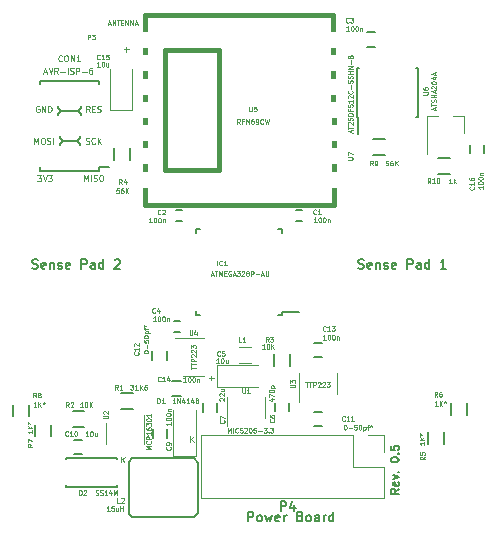
<source format=gto>
G04 #@! TF.GenerationSoftware,KiCad,Pcbnew,no-vcs-found-2f9be81~58~ubuntu16.04.1*
G04 #@! TF.CreationDate,2017-04-03T17:26:58+03:00*
G04 #@! TF.ProjectId,livolo_2_channels_1way_eu_switch,6C69766F6C6F5F325F6368616E6E656C,rev?*
G04 #@! TF.FileFunction,Legend,Top*
G04 #@! TF.FilePolarity,Positive*
%FSLAX46Y46*%
G04 Gerber Fmt 4.6, Leading zero omitted, Abs format (unit mm)*
G04 Created by KiCad (PCBNEW no-vcs-found-2f9be81~58~ubuntu16.04.1) date Mon Apr  3 17:26:58 2017*
%MOMM*%
%LPD*%
G01*
G04 APERTURE LIST*
%ADD10C,0.100000*%
%ADD11C,0.150000*%
%ADD12C,0.120000*%
%ADD13C,0.381000*%
%ADD14R,2.500000X1.270000*%
%ADD15R,1.750000X1.260000*%
%ADD16R,1.200000X0.900000*%
%ADD17R,2.000000X4.000000*%
%ADD18R,1.200000X0.750000*%
%ADD19R,1.700000X1.700000*%
%ADD20O,1.700000X1.700000*%
%ADD21C,1.500000*%
%ADD22R,0.600000X0.500000*%
%ADD23R,0.750000X1.200000*%
%ADD24R,1.800000X1.500000*%
%ADD25R,3.000000X1.500000*%
%ADD26R,0.550000X1.600000*%
%ADD27R,1.600000X0.550000*%
%ADD28C,1.998980*%
%ADD29R,0.900000X1.200000*%
%ADD30R,0.650000X1.060000*%
%ADD31R,1.060000X0.650000*%
%ADD32R,1.998980X1.399540*%
%ADD33R,0.600000X1.550000*%
%ADD34R,0.800000X1.900000*%
%ADD35R,0.500000X0.900000*%
%ADD36R,1.260000X1.750000*%
G04 APERTURE END LIST*
D10*
X139909523Y-101235714D02*
X140290476Y-101235714D01*
X140100000Y-101426190D02*
X140100000Y-101045238D01*
X132709523Y-73435714D02*
X133090476Y-73435714D01*
X132900000Y-73626190D02*
X132900000Y-73245238D01*
D11*
X155966666Y-110641666D02*
X155633333Y-110875000D01*
X155966666Y-111041666D02*
X155266666Y-111041666D01*
X155266666Y-110775000D01*
X155300000Y-110708333D01*
X155333333Y-110675000D01*
X155400000Y-110641666D01*
X155500000Y-110641666D01*
X155566666Y-110675000D01*
X155600000Y-110708333D01*
X155633333Y-110775000D01*
X155633333Y-111041666D01*
X155933333Y-110075000D02*
X155966666Y-110141666D01*
X155966666Y-110275000D01*
X155933333Y-110341666D01*
X155866666Y-110375000D01*
X155600000Y-110375000D01*
X155533333Y-110341666D01*
X155500000Y-110275000D01*
X155500000Y-110141666D01*
X155533333Y-110075000D01*
X155600000Y-110041666D01*
X155666666Y-110041666D01*
X155733333Y-110375000D01*
X155500000Y-109808333D02*
X155966666Y-109641666D01*
X155500000Y-109475000D01*
X155900000Y-109208333D02*
X155933333Y-109175000D01*
X155966666Y-109208333D01*
X155933333Y-109241666D01*
X155900000Y-109208333D01*
X155966666Y-109208333D01*
X155266666Y-108208333D02*
X155266666Y-108141666D01*
X155300000Y-108075000D01*
X155333333Y-108041666D01*
X155400000Y-108008333D01*
X155533333Y-107975000D01*
X155700000Y-107975000D01*
X155833333Y-108008333D01*
X155900000Y-108041666D01*
X155933333Y-108075000D01*
X155966666Y-108141666D01*
X155966666Y-108208333D01*
X155933333Y-108275000D01*
X155900000Y-108308333D01*
X155833333Y-108341666D01*
X155700000Y-108375000D01*
X155533333Y-108375000D01*
X155400000Y-108341666D01*
X155333333Y-108308333D01*
X155300000Y-108275000D01*
X155266666Y-108208333D01*
X155900000Y-107675000D02*
X155933333Y-107641666D01*
X155966666Y-107675000D01*
X155933333Y-107708333D01*
X155900000Y-107675000D01*
X155966666Y-107675000D01*
X155266666Y-107008333D02*
X155266666Y-107341666D01*
X155600000Y-107375000D01*
X155566666Y-107341666D01*
X155533333Y-107275000D01*
X155533333Y-107108333D01*
X155566666Y-107041666D01*
X155600000Y-107008333D01*
X155666666Y-106975000D01*
X155833333Y-106975000D01*
X155900000Y-107008333D01*
X155933333Y-107041666D01*
X155966666Y-107108333D01*
X155966666Y-107275000D01*
X155933333Y-107341666D01*
X155900000Y-107375000D01*
D10*
X129790476Y-78726190D02*
X129623809Y-78488095D01*
X129504761Y-78726190D02*
X129504761Y-78226190D01*
X129695238Y-78226190D01*
X129742857Y-78250000D01*
X129766666Y-78273809D01*
X129790476Y-78321428D01*
X129790476Y-78392857D01*
X129766666Y-78440476D01*
X129742857Y-78464285D01*
X129695238Y-78488095D01*
X129504761Y-78488095D01*
X130004761Y-78464285D02*
X130171428Y-78464285D01*
X130242857Y-78726190D02*
X130004761Y-78726190D01*
X130004761Y-78226190D01*
X130242857Y-78226190D01*
X130433333Y-78702380D02*
X130504761Y-78726190D01*
X130623809Y-78726190D01*
X130671428Y-78702380D01*
X130695238Y-78678571D01*
X130719047Y-78630952D01*
X130719047Y-78583333D01*
X130695238Y-78535714D01*
X130671428Y-78511904D01*
X130623809Y-78488095D01*
X130528571Y-78464285D01*
X130480952Y-78440476D01*
X130457142Y-78416666D01*
X130433333Y-78369047D01*
X130433333Y-78321428D01*
X130457142Y-78273809D01*
X130480952Y-78250000D01*
X130528571Y-78226190D01*
X130647619Y-78226190D01*
X130719047Y-78250000D01*
X129457142Y-81402380D02*
X129528571Y-81426190D01*
X129647619Y-81426190D01*
X129695238Y-81402380D01*
X129719047Y-81378571D01*
X129742857Y-81330952D01*
X129742857Y-81283333D01*
X129719047Y-81235714D01*
X129695238Y-81211904D01*
X129647619Y-81188095D01*
X129552380Y-81164285D01*
X129504761Y-81140476D01*
X129480952Y-81116666D01*
X129457142Y-81069047D01*
X129457142Y-81021428D01*
X129480952Y-80973809D01*
X129504761Y-80950000D01*
X129552380Y-80926190D01*
X129671428Y-80926190D01*
X129742857Y-80950000D01*
X130242857Y-81378571D02*
X130219047Y-81402380D01*
X130147619Y-81426190D01*
X130100000Y-81426190D01*
X130028571Y-81402380D01*
X129980952Y-81354761D01*
X129957142Y-81307142D01*
X129933333Y-81211904D01*
X129933333Y-81140476D01*
X129957142Y-81045238D01*
X129980952Y-80997619D01*
X130028571Y-80950000D01*
X130100000Y-80926190D01*
X130147619Y-80926190D01*
X130219047Y-80950000D01*
X130242857Y-80973809D01*
X130457142Y-81426190D02*
X130457142Y-80926190D01*
X130742857Y-81426190D02*
X130528571Y-81140476D01*
X130742857Y-80926190D02*
X130457142Y-81211904D01*
X129339285Y-84576190D02*
X129339285Y-84076190D01*
X129505952Y-84433333D01*
X129672619Y-84076190D01*
X129672619Y-84576190D01*
X129910714Y-84576190D02*
X129910714Y-84076190D01*
X130125000Y-84552380D02*
X130196428Y-84576190D01*
X130315476Y-84576190D01*
X130363095Y-84552380D01*
X130386904Y-84528571D01*
X130410714Y-84480952D01*
X130410714Y-84433333D01*
X130386904Y-84385714D01*
X130363095Y-84361904D01*
X130315476Y-84338095D01*
X130220238Y-84314285D01*
X130172619Y-84290476D01*
X130148809Y-84266666D01*
X130125000Y-84219047D01*
X130125000Y-84171428D01*
X130148809Y-84123809D01*
X130172619Y-84100000D01*
X130220238Y-84076190D01*
X130339285Y-84076190D01*
X130410714Y-84100000D01*
X130720238Y-84076190D02*
X130815476Y-84076190D01*
X130863095Y-84100000D01*
X130910714Y-84147619D01*
X130934523Y-84242857D01*
X130934523Y-84409523D01*
X130910714Y-84504761D01*
X130863095Y-84552380D01*
X130815476Y-84576190D01*
X130720238Y-84576190D01*
X130672619Y-84552380D01*
X130625000Y-84504761D01*
X130601190Y-84409523D01*
X130601190Y-84242857D01*
X130625000Y-84147619D01*
X130672619Y-84100000D01*
X130720238Y-84076190D01*
X125519047Y-78250000D02*
X125471428Y-78226190D01*
X125400000Y-78226190D01*
X125328571Y-78250000D01*
X125280952Y-78297619D01*
X125257142Y-78345238D01*
X125233333Y-78440476D01*
X125233333Y-78511904D01*
X125257142Y-78607142D01*
X125280952Y-78654761D01*
X125328571Y-78702380D01*
X125400000Y-78726190D01*
X125447619Y-78726190D01*
X125519047Y-78702380D01*
X125542857Y-78678571D01*
X125542857Y-78511904D01*
X125447619Y-78511904D01*
X125757142Y-78726190D02*
X125757142Y-78226190D01*
X126042857Y-78726190D01*
X126042857Y-78226190D01*
X126280952Y-78726190D02*
X126280952Y-78226190D01*
X126400000Y-78226190D01*
X126471428Y-78250000D01*
X126519047Y-78297619D01*
X126542857Y-78345238D01*
X126566666Y-78440476D01*
X126566666Y-78511904D01*
X126542857Y-78607142D01*
X126519047Y-78654761D01*
X126471428Y-78702380D01*
X126400000Y-78726190D01*
X126280952Y-78726190D01*
X125114285Y-81426190D02*
X125114285Y-80926190D01*
X125280952Y-81283333D01*
X125447619Y-80926190D01*
X125447619Y-81426190D01*
X125780952Y-80926190D02*
X125876190Y-80926190D01*
X125923809Y-80950000D01*
X125971428Y-80997619D01*
X125995238Y-81092857D01*
X125995238Y-81259523D01*
X125971428Y-81354761D01*
X125923809Y-81402380D01*
X125876190Y-81426190D01*
X125780952Y-81426190D01*
X125733333Y-81402380D01*
X125685714Y-81354761D01*
X125661904Y-81259523D01*
X125661904Y-81092857D01*
X125685714Y-80997619D01*
X125733333Y-80950000D01*
X125780952Y-80926190D01*
X126185714Y-81402380D02*
X126257142Y-81426190D01*
X126376190Y-81426190D01*
X126423809Y-81402380D01*
X126447619Y-81378571D01*
X126471428Y-81330952D01*
X126471428Y-81283333D01*
X126447619Y-81235714D01*
X126423809Y-81211904D01*
X126376190Y-81188095D01*
X126280952Y-81164285D01*
X126233333Y-81140476D01*
X126209523Y-81116666D01*
X126185714Y-81069047D01*
X126185714Y-81021428D01*
X126209523Y-80973809D01*
X126233333Y-80950000D01*
X126280952Y-80926190D01*
X126400000Y-80926190D01*
X126471428Y-80950000D01*
X126685714Y-81426190D02*
X126685714Y-80926190D01*
X125355952Y-84101190D02*
X125665476Y-84101190D01*
X125498809Y-84291666D01*
X125570238Y-84291666D01*
X125617857Y-84315476D01*
X125641666Y-84339285D01*
X125665476Y-84386904D01*
X125665476Y-84505952D01*
X125641666Y-84553571D01*
X125617857Y-84577380D01*
X125570238Y-84601190D01*
X125427380Y-84601190D01*
X125379761Y-84577380D01*
X125355952Y-84553571D01*
X125808333Y-84101190D02*
X125975000Y-84601190D01*
X126141666Y-84101190D01*
X126260714Y-84101190D02*
X126570238Y-84101190D01*
X126403571Y-84291666D01*
X126475000Y-84291666D01*
X126522619Y-84315476D01*
X126546428Y-84339285D01*
X126570238Y-84386904D01*
X126570238Y-84505952D01*
X126546428Y-84553571D01*
X126522619Y-84577380D01*
X126475000Y-84601190D01*
X126332142Y-84601190D01*
X126284523Y-84577380D01*
X126260714Y-84553571D01*
X138319047Y-106701190D02*
X138319047Y-106201190D01*
X138604761Y-106701190D02*
X138390476Y-106415476D01*
X138604761Y-106201190D02*
X138319047Y-106486904D01*
X132469047Y-108426190D02*
X132469047Y-107926190D01*
X132754761Y-108426190D02*
X132540476Y-108140476D01*
X132754761Y-107926190D02*
X132469047Y-108211904D01*
D11*
X128750152Y-78630000D02*
X127448117Y-78630000D01*
X129050000Y-78376000D02*
X128796000Y-78630000D01*
X128796000Y-78630000D02*
X129050000Y-78884000D01*
X129050000Y-78884000D02*
X129050000Y-79011000D01*
X129050000Y-78249000D02*
X129050000Y-78376000D01*
X128950000Y-80916000D02*
X128696000Y-81170000D01*
X127150000Y-78884000D02*
X127404000Y-78630000D01*
X128950000Y-81424000D02*
X128950000Y-81551000D01*
X127150000Y-78376000D02*
X127150000Y-78249000D01*
X128696000Y-81170000D02*
X128950000Y-81424000D01*
X127404000Y-78630000D02*
X127150000Y-78376000D01*
X128950000Y-80789000D02*
X128950000Y-80916000D01*
X127150000Y-79011000D02*
X127150000Y-78884000D01*
X125550000Y-83710000D02*
X125550000Y-83430000D01*
X127250000Y-80916000D02*
X127250000Y-80789000D01*
X127504000Y-81170000D02*
X127250000Y-80916000D01*
X127250000Y-81424000D02*
X127504000Y-81170000D01*
X127250000Y-81551000D02*
X127250000Y-81424000D01*
X125550000Y-83710000D02*
X130550000Y-83710000D01*
X130550000Y-83710000D02*
X130550000Y-83430000D01*
X130550000Y-76090000D02*
X130550000Y-76370000D01*
X125550000Y-76090000D02*
X130550000Y-76090000D01*
X125550000Y-76090000D02*
X125550000Y-76370000D01*
X128750000Y-81200000D02*
X127450000Y-81200000D01*
X130550000Y-83400000D02*
X131450000Y-83400000D01*
D12*
X140600000Y-100192000D02*
X144050000Y-100192000D01*
X140600000Y-101992000D02*
X144050000Y-101992000D01*
X140600000Y-100192000D02*
X140600000Y-101992000D01*
D11*
X159266000Y-82637000D02*
X160266000Y-82637000D01*
X160266000Y-83987000D02*
X159266000Y-83987000D01*
X138650000Y-108050000D02*
X139000000Y-108450000D01*
X133400000Y-108050000D02*
X138650000Y-108050000D01*
X133100000Y-108350000D02*
X133400000Y-108050000D01*
X133100000Y-112750000D02*
X133100000Y-108350000D01*
X133400000Y-113050000D02*
X133100000Y-112750000D01*
X138650000Y-113050000D02*
X133400000Y-113050000D01*
X139000000Y-112650000D02*
X138650000Y-113050000D01*
X139000000Y-108450000D02*
X139000000Y-112650000D01*
X153275000Y-72000000D02*
X153975000Y-72000000D01*
X153975000Y-73200000D02*
X153275000Y-73200000D01*
D12*
X152060000Y-106120000D02*
X139240000Y-106120000D01*
X139240000Y-106120000D02*
X139240000Y-111440000D01*
X139240000Y-111440000D02*
X154720000Y-111440000D01*
X154720000Y-111440000D02*
X154720000Y-108780000D01*
X154720000Y-108780000D02*
X152060000Y-108780000D01*
X152060000Y-108780000D02*
X152060000Y-106120000D01*
X153330000Y-106120000D02*
X154720000Y-106120000D01*
X154720000Y-106120000D02*
X154720000Y-107510000D01*
D11*
X137400000Y-96425000D02*
X136900000Y-96425000D01*
X136900000Y-97375000D02*
X137400000Y-97375000D01*
X137100000Y-87975000D02*
X137600000Y-87975000D01*
X137600000Y-87025000D02*
X137100000Y-87025000D01*
X147750000Y-87025000D02*
X147250000Y-87025000D01*
X147250000Y-87975000D02*
X147750000Y-87975000D01*
X129150000Y-107700000D02*
X128450000Y-107700000D01*
X128450000Y-106500000D02*
X129150000Y-106500000D01*
X139400000Y-104100000D02*
X139400000Y-103400000D01*
X140600000Y-103400000D02*
X140600000Y-104100000D01*
X132075000Y-110450000D02*
X132075000Y-110350000D01*
X132075000Y-108150000D02*
X132075000Y-108050000D01*
X127775000Y-108150000D02*
X127775000Y-108050000D01*
X132075000Y-108050000D02*
X127775000Y-108050000D01*
X132075000Y-110450000D02*
X127775000Y-110450000D01*
X127775000Y-110450000D02*
X127775000Y-110350000D01*
X145500000Y-104050000D02*
X145500000Y-103350000D01*
X146700000Y-103350000D02*
X146700000Y-104050000D01*
X135150000Y-106300000D02*
X135150000Y-105600000D01*
X136350000Y-105600000D02*
X136350000Y-106300000D01*
X149450000Y-105350000D02*
X148750000Y-105350000D01*
X148750000Y-104150000D02*
X149450000Y-104150000D01*
X135100000Y-99700000D02*
X135100000Y-99000000D01*
X136300000Y-99000000D02*
X136300000Y-99700000D01*
X148750000Y-98300000D02*
X149450000Y-98300000D01*
X149450000Y-99500000D02*
X148750000Y-99500000D01*
X137500000Y-102750000D02*
X136800000Y-102750000D01*
X136800000Y-101550000D02*
X137500000Y-101550000D01*
D12*
X136825000Y-107875000D02*
X136825000Y-103975000D01*
X138825000Y-107875000D02*
X138825000Y-103975000D01*
X136825000Y-107875000D02*
X138825000Y-107875000D01*
D11*
X146075000Y-95700000D02*
X147500000Y-95700000D01*
X138825000Y-95925000D02*
X139150000Y-95925000D01*
X138825000Y-88675000D02*
X139150000Y-88675000D01*
X146075000Y-88675000D02*
X145750000Y-88675000D01*
X146075000Y-95925000D02*
X145750000Y-95925000D01*
X146075000Y-88675000D02*
X146075000Y-89000000D01*
X138825000Y-88675000D02*
X138825000Y-89000000D01*
X138825000Y-95925000D02*
X138825000Y-95600000D01*
X146075000Y-95925000D02*
X146075000Y-95700000D01*
X133450000Y-103875000D02*
X132450000Y-103875000D01*
X132450000Y-102525000D02*
X133450000Y-102525000D01*
X128350000Y-104025000D02*
X129350000Y-104025000D01*
X129350000Y-105375000D02*
X128350000Y-105375000D01*
X146775000Y-99200000D02*
X146775000Y-100200000D01*
X145425000Y-100200000D02*
X145425000Y-99200000D01*
X131825000Y-82800000D02*
X131825000Y-81800000D01*
X133175000Y-81800000D02*
X133175000Y-82800000D01*
X158475000Y-106850000D02*
X158475000Y-105850000D01*
X159825000Y-105850000D02*
X159825000Y-106850000D01*
X161725000Y-103400000D02*
X161725000Y-104400000D01*
X160375000Y-104400000D02*
X160375000Y-103400000D01*
X125175000Y-106200000D02*
X125175000Y-105200000D01*
X126525000Y-105200000D02*
X126525000Y-106200000D01*
X124625000Y-103500000D02*
X124625000Y-104500000D01*
X123275000Y-104500000D02*
X123275000Y-103500000D01*
D12*
X141440000Y-102850000D02*
X141440000Y-105300000D01*
X144660000Y-104650000D02*
X144660000Y-102850000D01*
X134410000Y-106850000D02*
X134410000Y-104400000D01*
X131190000Y-105050000D02*
X131190000Y-106850000D01*
X147490000Y-100850000D02*
X147490000Y-103300000D01*
X150710000Y-102650000D02*
X150710000Y-100850000D01*
X137700000Y-101060000D02*
X139500000Y-101060000D01*
X139500000Y-97840000D02*
X137050000Y-97840000D01*
D13*
X136150800Y-83650320D02*
X136150800Y-73449680D01*
X136150800Y-73449680D02*
X140750740Y-73449680D01*
X140750740Y-73449680D02*
X140750740Y-83650320D01*
X140750740Y-83650320D02*
X136150800Y-83650320D01*
X134499800Y-70500740D02*
X150400200Y-70500740D01*
X150400200Y-70500740D02*
X150451000Y-86599260D01*
X150451000Y-86599260D02*
X134499800Y-86599260D01*
X134499800Y-86599260D02*
X134499800Y-70500740D01*
D11*
X162000000Y-82200000D02*
X162000000Y-81500000D01*
X163200000Y-81500000D02*
X163200000Y-82200000D01*
X154800000Y-82375000D02*
X153800000Y-82375000D01*
X153800000Y-81025000D02*
X154800000Y-81025000D01*
X152500000Y-79175000D02*
X152500000Y-80575000D01*
X157600000Y-79175000D02*
X157600000Y-75025000D01*
X152450000Y-79175000D02*
X152450000Y-75025000D01*
X157600000Y-79175000D02*
X157455000Y-79175000D01*
X157600000Y-75025000D02*
X157455000Y-75025000D01*
X152450000Y-75025000D02*
X152595000Y-75025000D01*
X152450000Y-79175000D02*
X152500000Y-79175000D01*
D12*
X161480000Y-79090000D02*
X161480000Y-80550000D01*
X158320000Y-79090000D02*
X158320000Y-82250000D01*
X158320000Y-79090000D02*
X159250000Y-79090000D01*
X161480000Y-79090000D02*
X160550000Y-79090000D01*
X143450000Y-99980000D02*
X142450000Y-99980000D01*
X142450000Y-98620000D02*
X143450000Y-98620000D01*
X131550000Y-78550000D02*
X133350000Y-78550000D01*
X133350000Y-78550000D02*
X133350000Y-75100000D01*
X131550000Y-78550000D02*
X131550000Y-75100000D01*
D10*
X127442857Y-74378571D02*
X127419047Y-74402380D01*
X127347619Y-74426190D01*
X127300000Y-74426190D01*
X127228571Y-74402380D01*
X127180952Y-74354761D01*
X127157142Y-74307142D01*
X127133333Y-74211904D01*
X127133333Y-74140476D01*
X127157142Y-74045238D01*
X127180952Y-73997619D01*
X127228571Y-73950000D01*
X127300000Y-73926190D01*
X127347619Y-73926190D01*
X127419047Y-73950000D01*
X127442857Y-73973809D01*
X127752380Y-73926190D02*
X127847619Y-73926190D01*
X127895238Y-73950000D01*
X127942857Y-73997619D01*
X127966666Y-74092857D01*
X127966666Y-74259523D01*
X127942857Y-74354761D01*
X127895238Y-74402380D01*
X127847619Y-74426190D01*
X127752380Y-74426190D01*
X127704761Y-74402380D01*
X127657142Y-74354761D01*
X127633333Y-74259523D01*
X127633333Y-74092857D01*
X127657142Y-73997619D01*
X127704761Y-73950000D01*
X127752380Y-73926190D01*
X128180952Y-74426190D02*
X128180952Y-73926190D01*
X128466666Y-74426190D01*
X128466666Y-73926190D01*
X128966666Y-74426190D02*
X128680952Y-74426190D01*
X128823809Y-74426190D02*
X128823809Y-73926190D01*
X128776190Y-73997619D01*
X128728571Y-74045238D01*
X128680952Y-74069047D01*
X125927380Y-75358333D02*
X126165476Y-75358333D01*
X125879761Y-75501190D02*
X126046428Y-75001190D01*
X126213095Y-75501190D01*
X126308333Y-75001190D02*
X126475000Y-75501190D01*
X126641666Y-75001190D01*
X127094047Y-75501190D02*
X126927380Y-75263095D01*
X126808333Y-75501190D02*
X126808333Y-75001190D01*
X126998809Y-75001190D01*
X127046428Y-75025000D01*
X127070238Y-75048809D01*
X127094047Y-75096428D01*
X127094047Y-75167857D01*
X127070238Y-75215476D01*
X127046428Y-75239285D01*
X126998809Y-75263095D01*
X126808333Y-75263095D01*
X127308333Y-75310714D02*
X127689285Y-75310714D01*
X127927380Y-75501190D02*
X127927380Y-75001190D01*
X128141666Y-75477380D02*
X128213095Y-75501190D01*
X128332142Y-75501190D01*
X128379761Y-75477380D01*
X128403571Y-75453571D01*
X128427380Y-75405952D01*
X128427380Y-75358333D01*
X128403571Y-75310714D01*
X128379761Y-75286904D01*
X128332142Y-75263095D01*
X128236904Y-75239285D01*
X128189285Y-75215476D01*
X128165476Y-75191666D01*
X128141666Y-75144047D01*
X128141666Y-75096428D01*
X128165476Y-75048809D01*
X128189285Y-75025000D01*
X128236904Y-75001190D01*
X128355952Y-75001190D01*
X128427380Y-75025000D01*
X128641666Y-75501190D02*
X128641666Y-75001190D01*
X128832142Y-75001190D01*
X128879761Y-75025000D01*
X128903571Y-75048809D01*
X128927380Y-75096428D01*
X128927380Y-75167857D01*
X128903571Y-75215476D01*
X128879761Y-75239285D01*
X128832142Y-75263095D01*
X128641666Y-75263095D01*
X129141666Y-75310714D02*
X129522619Y-75310714D01*
X129975000Y-75001190D02*
X129879761Y-75001190D01*
X129832142Y-75025000D01*
X129808333Y-75048809D01*
X129760714Y-75120238D01*
X129736904Y-75215476D01*
X129736904Y-75405952D01*
X129760714Y-75453571D01*
X129784523Y-75477380D01*
X129832142Y-75501190D01*
X129927380Y-75501190D01*
X129975000Y-75477380D01*
X129998809Y-75453571D01*
X130022619Y-75405952D01*
X130022619Y-75286904D01*
X129998809Y-75239285D01*
X129975000Y-75215476D01*
X129927380Y-75191666D01*
X129832142Y-75191666D01*
X129784523Y-75215476D01*
X129760714Y-75239285D01*
X129736904Y-75286904D01*
X140833333Y-99342857D02*
X140814285Y-99361904D01*
X140757142Y-99380952D01*
X140719047Y-99380952D01*
X140661904Y-99361904D01*
X140623809Y-99323809D01*
X140604761Y-99285714D01*
X140585714Y-99209523D01*
X140585714Y-99152380D01*
X140604761Y-99076190D01*
X140623809Y-99038095D01*
X140661904Y-99000000D01*
X140719047Y-98980952D01*
X140757142Y-98980952D01*
X140814285Y-99000000D01*
X140833333Y-99019047D01*
X141195238Y-98980952D02*
X141004761Y-98980952D01*
X140985714Y-99171428D01*
X141004761Y-99152380D01*
X141042857Y-99133333D01*
X141138095Y-99133333D01*
X141176190Y-99152380D01*
X141195238Y-99171428D01*
X141214285Y-99209523D01*
X141214285Y-99304761D01*
X141195238Y-99342857D01*
X141176190Y-99361904D01*
X141138095Y-99380952D01*
X141042857Y-99380952D01*
X141004761Y-99361904D01*
X140985714Y-99342857D01*
X140742857Y-99980952D02*
X140514285Y-99980952D01*
X140628571Y-99980952D02*
X140628571Y-99580952D01*
X140590476Y-99638095D01*
X140552380Y-99676190D01*
X140514285Y-99695238D01*
X140990476Y-99580952D02*
X141028571Y-99580952D01*
X141066666Y-99600000D01*
X141085714Y-99619047D01*
X141104761Y-99657142D01*
X141123809Y-99733333D01*
X141123809Y-99828571D01*
X141104761Y-99904761D01*
X141085714Y-99942857D01*
X141066666Y-99961904D01*
X141028571Y-99980952D01*
X140990476Y-99980952D01*
X140952380Y-99961904D01*
X140933333Y-99942857D01*
X140914285Y-99904761D01*
X140895238Y-99828571D01*
X140895238Y-99733333D01*
X140914285Y-99657142D01*
X140933333Y-99619047D01*
X140952380Y-99600000D01*
X140990476Y-99580952D01*
X141466666Y-99714285D02*
X141466666Y-99980952D01*
X141295238Y-99714285D02*
X141295238Y-99923809D01*
X141314285Y-99961904D01*
X141352380Y-99980952D01*
X141409523Y-99980952D01*
X141447619Y-99961904D01*
X141466666Y-99942857D01*
D11*
X152535714Y-91973809D02*
X152650000Y-92011904D01*
X152840476Y-92011904D01*
X152916666Y-91973809D01*
X152954761Y-91935714D01*
X152992857Y-91859523D01*
X152992857Y-91783333D01*
X152954761Y-91707142D01*
X152916666Y-91669047D01*
X152840476Y-91630952D01*
X152688095Y-91592857D01*
X152611904Y-91554761D01*
X152573809Y-91516666D01*
X152535714Y-91440476D01*
X152535714Y-91364285D01*
X152573809Y-91288095D01*
X152611904Y-91250000D01*
X152688095Y-91211904D01*
X152878571Y-91211904D01*
X152992857Y-91250000D01*
X153640476Y-91973809D02*
X153564285Y-92011904D01*
X153411904Y-92011904D01*
X153335714Y-91973809D01*
X153297619Y-91897619D01*
X153297619Y-91592857D01*
X153335714Y-91516666D01*
X153411904Y-91478571D01*
X153564285Y-91478571D01*
X153640476Y-91516666D01*
X153678571Y-91592857D01*
X153678571Y-91669047D01*
X153297619Y-91745238D01*
X154021428Y-91478571D02*
X154021428Y-92011904D01*
X154021428Y-91554761D02*
X154059523Y-91516666D01*
X154135714Y-91478571D01*
X154250000Y-91478571D01*
X154326190Y-91516666D01*
X154364285Y-91592857D01*
X154364285Y-92011904D01*
X154707142Y-91973809D02*
X154783333Y-92011904D01*
X154935714Y-92011904D01*
X155011904Y-91973809D01*
X155050000Y-91897619D01*
X155050000Y-91859523D01*
X155011904Y-91783333D01*
X154935714Y-91745238D01*
X154821428Y-91745238D01*
X154745238Y-91707142D01*
X154707142Y-91630952D01*
X154707142Y-91592857D01*
X154745238Y-91516666D01*
X154821428Y-91478571D01*
X154935714Y-91478571D01*
X155011904Y-91516666D01*
X155697619Y-91973809D02*
X155621428Y-92011904D01*
X155469047Y-92011904D01*
X155392857Y-91973809D01*
X155354761Y-91897619D01*
X155354761Y-91592857D01*
X155392857Y-91516666D01*
X155469047Y-91478571D01*
X155621428Y-91478571D01*
X155697619Y-91516666D01*
X155735714Y-91592857D01*
X155735714Y-91669047D01*
X155354761Y-91745238D01*
X156688095Y-92011904D02*
X156688095Y-91211904D01*
X156992857Y-91211904D01*
X157069047Y-91250000D01*
X157107142Y-91288095D01*
X157145238Y-91364285D01*
X157145238Y-91478571D01*
X157107142Y-91554761D01*
X157069047Y-91592857D01*
X156992857Y-91630952D01*
X156688095Y-91630952D01*
X157830952Y-92011904D02*
X157830952Y-91592857D01*
X157792857Y-91516666D01*
X157716666Y-91478571D01*
X157564285Y-91478571D01*
X157488095Y-91516666D01*
X157830952Y-91973809D02*
X157754761Y-92011904D01*
X157564285Y-92011904D01*
X157488095Y-91973809D01*
X157450000Y-91897619D01*
X157450000Y-91821428D01*
X157488095Y-91745238D01*
X157564285Y-91707142D01*
X157754761Y-91707142D01*
X157830952Y-91669047D01*
X158554761Y-92011904D02*
X158554761Y-91211904D01*
X158554761Y-91973809D02*
X158478571Y-92011904D01*
X158326190Y-92011904D01*
X158250000Y-91973809D01*
X158211904Y-91935714D01*
X158173809Y-91859523D01*
X158173809Y-91630952D01*
X158211904Y-91554761D01*
X158250000Y-91516666D01*
X158326190Y-91478571D01*
X158478571Y-91478571D01*
X158554761Y-91516666D01*
X159964285Y-92011904D02*
X159507142Y-92011904D01*
X159735714Y-92011904D02*
X159735714Y-91211904D01*
X159659523Y-91326190D01*
X159583333Y-91402380D01*
X159507142Y-91440476D01*
X124935714Y-91973809D02*
X125050000Y-92011904D01*
X125240476Y-92011904D01*
X125316666Y-91973809D01*
X125354761Y-91935714D01*
X125392857Y-91859523D01*
X125392857Y-91783333D01*
X125354761Y-91707142D01*
X125316666Y-91669047D01*
X125240476Y-91630952D01*
X125088095Y-91592857D01*
X125011904Y-91554761D01*
X124973809Y-91516666D01*
X124935714Y-91440476D01*
X124935714Y-91364285D01*
X124973809Y-91288095D01*
X125011904Y-91250000D01*
X125088095Y-91211904D01*
X125278571Y-91211904D01*
X125392857Y-91250000D01*
X126040476Y-91973809D02*
X125964285Y-92011904D01*
X125811904Y-92011904D01*
X125735714Y-91973809D01*
X125697619Y-91897619D01*
X125697619Y-91592857D01*
X125735714Y-91516666D01*
X125811904Y-91478571D01*
X125964285Y-91478571D01*
X126040476Y-91516666D01*
X126078571Y-91592857D01*
X126078571Y-91669047D01*
X125697619Y-91745238D01*
X126421428Y-91478571D02*
X126421428Y-92011904D01*
X126421428Y-91554761D02*
X126459523Y-91516666D01*
X126535714Y-91478571D01*
X126650000Y-91478571D01*
X126726190Y-91516666D01*
X126764285Y-91592857D01*
X126764285Y-92011904D01*
X127107142Y-91973809D02*
X127183333Y-92011904D01*
X127335714Y-92011904D01*
X127411904Y-91973809D01*
X127450000Y-91897619D01*
X127450000Y-91859523D01*
X127411904Y-91783333D01*
X127335714Y-91745238D01*
X127221428Y-91745238D01*
X127145238Y-91707142D01*
X127107142Y-91630952D01*
X127107142Y-91592857D01*
X127145238Y-91516666D01*
X127221428Y-91478571D01*
X127335714Y-91478571D01*
X127411904Y-91516666D01*
X128097619Y-91973809D02*
X128021428Y-92011904D01*
X127869047Y-92011904D01*
X127792857Y-91973809D01*
X127754761Y-91897619D01*
X127754761Y-91592857D01*
X127792857Y-91516666D01*
X127869047Y-91478571D01*
X128021428Y-91478571D01*
X128097619Y-91516666D01*
X128135714Y-91592857D01*
X128135714Y-91669047D01*
X127754761Y-91745238D01*
X129088095Y-92011904D02*
X129088095Y-91211904D01*
X129392857Y-91211904D01*
X129469047Y-91250000D01*
X129507142Y-91288095D01*
X129545238Y-91364285D01*
X129545238Y-91478571D01*
X129507142Y-91554761D01*
X129469047Y-91592857D01*
X129392857Y-91630952D01*
X129088095Y-91630952D01*
X130230952Y-92011904D02*
X130230952Y-91592857D01*
X130192857Y-91516666D01*
X130116666Y-91478571D01*
X129964285Y-91478571D01*
X129888095Y-91516666D01*
X130230952Y-91973809D02*
X130154761Y-92011904D01*
X129964285Y-92011904D01*
X129888095Y-91973809D01*
X129850000Y-91897619D01*
X129850000Y-91821428D01*
X129888095Y-91745238D01*
X129964285Y-91707142D01*
X130154761Y-91707142D01*
X130230952Y-91669047D01*
X130954761Y-92011904D02*
X130954761Y-91211904D01*
X130954761Y-91973809D02*
X130878571Y-92011904D01*
X130726190Y-92011904D01*
X130650000Y-91973809D01*
X130611904Y-91935714D01*
X130573809Y-91859523D01*
X130573809Y-91630952D01*
X130611904Y-91554761D01*
X130650000Y-91516666D01*
X130726190Y-91478571D01*
X130878571Y-91478571D01*
X130954761Y-91516666D01*
X131907142Y-91288095D02*
X131945238Y-91250000D01*
X132021428Y-91211904D01*
X132211904Y-91211904D01*
X132288095Y-91250000D01*
X132326190Y-91288095D01*
X132364285Y-91364285D01*
X132364285Y-91440476D01*
X132326190Y-91554761D01*
X131869047Y-92011904D01*
X132364285Y-92011904D01*
D10*
X158642857Y-84730952D02*
X158509523Y-84540476D01*
X158414285Y-84730952D02*
X158414285Y-84330952D01*
X158566666Y-84330952D01*
X158604761Y-84350000D01*
X158623809Y-84369047D01*
X158642857Y-84407142D01*
X158642857Y-84464285D01*
X158623809Y-84502380D01*
X158604761Y-84521428D01*
X158566666Y-84540476D01*
X158414285Y-84540476D01*
X159023809Y-84730952D02*
X158795238Y-84730952D01*
X158909523Y-84730952D02*
X158909523Y-84330952D01*
X158871428Y-84388095D01*
X158833333Y-84426190D01*
X158795238Y-84445238D01*
X159271428Y-84330952D02*
X159309523Y-84330952D01*
X159347619Y-84350000D01*
X159366666Y-84369047D01*
X159385714Y-84407142D01*
X159404761Y-84483333D01*
X159404761Y-84578571D01*
X159385714Y-84654761D01*
X159366666Y-84692857D01*
X159347619Y-84711904D01*
X159309523Y-84730952D01*
X159271428Y-84730952D01*
X159233333Y-84711904D01*
X159214285Y-84692857D01*
X159195238Y-84654761D01*
X159176190Y-84578571D01*
X159176190Y-84483333D01*
X159195238Y-84407142D01*
X159214285Y-84369047D01*
X159233333Y-84350000D01*
X159271428Y-84330952D01*
X160442285Y-84762952D02*
X160213714Y-84762952D01*
X160328000Y-84762952D02*
X160328000Y-84362952D01*
X160289904Y-84420095D01*
X160251809Y-84458190D01*
X160213714Y-84477238D01*
X160613714Y-84762952D02*
X160613714Y-84362952D01*
X160842285Y-84762952D02*
X160670857Y-84534380D01*
X160842285Y-84362952D02*
X160613714Y-84591523D01*
X132333333Y-111805952D02*
X132142857Y-111805952D01*
X132142857Y-111405952D01*
X132447619Y-111444047D02*
X132466666Y-111425000D01*
X132504761Y-111405952D01*
X132600000Y-111405952D01*
X132638095Y-111425000D01*
X132657142Y-111444047D01*
X132676190Y-111482142D01*
X132676190Y-111520238D01*
X132657142Y-111577380D01*
X132428571Y-111805952D01*
X132676190Y-111805952D01*
X131483333Y-112505952D02*
X131254761Y-112505952D01*
X131369047Y-112505952D02*
X131369047Y-112105952D01*
X131330952Y-112163095D01*
X131292857Y-112201190D01*
X131254761Y-112220238D01*
X131845238Y-112105952D02*
X131654761Y-112105952D01*
X131635714Y-112296428D01*
X131654761Y-112277380D01*
X131692857Y-112258333D01*
X131788095Y-112258333D01*
X131826190Y-112277380D01*
X131845238Y-112296428D01*
X131864285Y-112334523D01*
X131864285Y-112429761D01*
X131845238Y-112467857D01*
X131826190Y-112486904D01*
X131788095Y-112505952D01*
X131692857Y-112505952D01*
X131654761Y-112486904D01*
X131635714Y-112467857D01*
X132207142Y-112239285D02*
X132207142Y-112505952D01*
X132035714Y-112239285D02*
X132035714Y-112448809D01*
X132054761Y-112486904D01*
X132092857Y-112505952D01*
X132150000Y-112505952D01*
X132188095Y-112486904D01*
X132207142Y-112467857D01*
X132397619Y-112505952D02*
X132397619Y-112105952D01*
X132397619Y-112296428D02*
X132626190Y-112296428D01*
X132626190Y-112505952D02*
X132626190Y-112105952D01*
X151733333Y-71117857D02*
X151714285Y-71136904D01*
X151657142Y-71155952D01*
X151619047Y-71155952D01*
X151561904Y-71136904D01*
X151523809Y-71098809D01*
X151504761Y-71060714D01*
X151485714Y-70984523D01*
X151485714Y-70927380D01*
X151504761Y-70851190D01*
X151523809Y-70813095D01*
X151561904Y-70775000D01*
X151619047Y-70755952D01*
X151657142Y-70755952D01*
X151714285Y-70775000D01*
X151733333Y-70794047D01*
X151866666Y-70755952D02*
X152114285Y-70755952D01*
X151980952Y-70908333D01*
X152038095Y-70908333D01*
X152076190Y-70927380D01*
X152095238Y-70946428D01*
X152114285Y-70984523D01*
X152114285Y-71079761D01*
X152095238Y-71117857D01*
X152076190Y-71136904D01*
X152038095Y-71155952D01*
X151923809Y-71155952D01*
X151885714Y-71136904D01*
X151866666Y-71117857D01*
X151752380Y-71855952D02*
X151523809Y-71855952D01*
X151638095Y-71855952D02*
X151638095Y-71455952D01*
X151600000Y-71513095D01*
X151561904Y-71551190D01*
X151523809Y-71570238D01*
X152000000Y-71455952D02*
X152038095Y-71455952D01*
X152076190Y-71475000D01*
X152095238Y-71494047D01*
X152114285Y-71532142D01*
X152133333Y-71608333D01*
X152133333Y-71703571D01*
X152114285Y-71779761D01*
X152095238Y-71817857D01*
X152076190Y-71836904D01*
X152038095Y-71855952D01*
X152000000Y-71855952D01*
X151961904Y-71836904D01*
X151942857Y-71817857D01*
X151923809Y-71779761D01*
X151904761Y-71703571D01*
X151904761Y-71608333D01*
X151923809Y-71532142D01*
X151942857Y-71494047D01*
X151961904Y-71475000D01*
X152000000Y-71455952D01*
X152380952Y-71455952D02*
X152419047Y-71455952D01*
X152457142Y-71475000D01*
X152476190Y-71494047D01*
X152495238Y-71532142D01*
X152514285Y-71608333D01*
X152514285Y-71703571D01*
X152495238Y-71779761D01*
X152476190Y-71817857D01*
X152457142Y-71836904D01*
X152419047Y-71855952D01*
X152380952Y-71855952D01*
X152342857Y-71836904D01*
X152323809Y-71817857D01*
X152304761Y-71779761D01*
X152285714Y-71703571D01*
X152285714Y-71608333D01*
X152304761Y-71532142D01*
X152323809Y-71494047D01*
X152342857Y-71475000D01*
X152380952Y-71455952D01*
X152685714Y-71589285D02*
X152685714Y-71855952D01*
X152685714Y-71627380D02*
X152704761Y-71608333D01*
X152742857Y-71589285D01*
X152800000Y-71589285D01*
X152838095Y-71608333D01*
X152857142Y-71646428D01*
X152857142Y-71855952D01*
D11*
X145959523Y-112502904D02*
X145959523Y-111702904D01*
X146264285Y-111702904D01*
X146340476Y-111741000D01*
X146378571Y-111779095D01*
X146416666Y-111855285D01*
X146416666Y-111969571D01*
X146378571Y-112045761D01*
X146340476Y-112083857D01*
X146264285Y-112121952D01*
X145959523Y-112121952D01*
X147102380Y-111969571D02*
X147102380Y-112502904D01*
X146911904Y-111664809D02*
X146721428Y-112236238D01*
X147216666Y-112236238D01*
X143192952Y-113391904D02*
X143192952Y-112591904D01*
X143497714Y-112591904D01*
X143573904Y-112630000D01*
X143612000Y-112668095D01*
X143650095Y-112744285D01*
X143650095Y-112858571D01*
X143612000Y-112934761D01*
X143573904Y-112972857D01*
X143497714Y-113010952D01*
X143192952Y-113010952D01*
X144107238Y-113391904D02*
X144031047Y-113353809D01*
X143992952Y-113315714D01*
X143954857Y-113239523D01*
X143954857Y-113010952D01*
X143992952Y-112934761D01*
X144031047Y-112896666D01*
X144107238Y-112858571D01*
X144221523Y-112858571D01*
X144297714Y-112896666D01*
X144335809Y-112934761D01*
X144373904Y-113010952D01*
X144373904Y-113239523D01*
X144335809Y-113315714D01*
X144297714Y-113353809D01*
X144221523Y-113391904D01*
X144107238Y-113391904D01*
X144640571Y-112858571D02*
X144792952Y-113391904D01*
X144945333Y-113010952D01*
X145097714Y-113391904D01*
X145250095Y-112858571D01*
X145859619Y-113353809D02*
X145783428Y-113391904D01*
X145631047Y-113391904D01*
X145554857Y-113353809D01*
X145516761Y-113277619D01*
X145516761Y-112972857D01*
X145554857Y-112896666D01*
X145631047Y-112858571D01*
X145783428Y-112858571D01*
X145859619Y-112896666D01*
X145897714Y-112972857D01*
X145897714Y-113049047D01*
X145516761Y-113125238D01*
X146240571Y-113391904D02*
X146240571Y-112858571D01*
X146240571Y-113010952D02*
X146278666Y-112934761D01*
X146316761Y-112896666D01*
X146392952Y-112858571D01*
X146469142Y-112858571D01*
X147612000Y-112972857D02*
X147726285Y-113010952D01*
X147764380Y-113049047D01*
X147802476Y-113125238D01*
X147802476Y-113239523D01*
X147764380Y-113315714D01*
X147726285Y-113353809D01*
X147650095Y-113391904D01*
X147345333Y-113391904D01*
X147345333Y-112591904D01*
X147612000Y-112591904D01*
X147688190Y-112630000D01*
X147726285Y-112668095D01*
X147764380Y-112744285D01*
X147764380Y-112820476D01*
X147726285Y-112896666D01*
X147688190Y-112934761D01*
X147612000Y-112972857D01*
X147345333Y-112972857D01*
X148259619Y-113391904D02*
X148183428Y-113353809D01*
X148145333Y-113315714D01*
X148107238Y-113239523D01*
X148107238Y-113010952D01*
X148145333Y-112934761D01*
X148183428Y-112896666D01*
X148259619Y-112858571D01*
X148373904Y-112858571D01*
X148450095Y-112896666D01*
X148488190Y-112934761D01*
X148526285Y-113010952D01*
X148526285Y-113239523D01*
X148488190Y-113315714D01*
X148450095Y-113353809D01*
X148373904Y-113391904D01*
X148259619Y-113391904D01*
X149212000Y-113391904D02*
X149212000Y-112972857D01*
X149173904Y-112896666D01*
X149097714Y-112858571D01*
X148945333Y-112858571D01*
X148869142Y-112896666D01*
X149212000Y-113353809D02*
X149135809Y-113391904D01*
X148945333Y-113391904D01*
X148869142Y-113353809D01*
X148831047Y-113277619D01*
X148831047Y-113201428D01*
X148869142Y-113125238D01*
X148945333Y-113087142D01*
X149135809Y-113087142D01*
X149212000Y-113049047D01*
X149592952Y-113391904D02*
X149592952Y-112858571D01*
X149592952Y-113010952D02*
X149631047Y-112934761D01*
X149669142Y-112896666D01*
X149745333Y-112858571D01*
X149821523Y-112858571D01*
X150431047Y-113391904D02*
X150431047Y-112591904D01*
X150431047Y-113353809D02*
X150354857Y-113391904D01*
X150202476Y-113391904D01*
X150126285Y-113353809D01*
X150088190Y-113315714D01*
X150050095Y-113239523D01*
X150050095Y-113010952D01*
X150088190Y-112934761D01*
X150126285Y-112896666D01*
X150202476Y-112858571D01*
X150354857Y-112858571D01*
X150431047Y-112896666D01*
D10*
X135333333Y-95692857D02*
X135314285Y-95711904D01*
X135257142Y-95730952D01*
X135219047Y-95730952D01*
X135161904Y-95711904D01*
X135123809Y-95673809D01*
X135104761Y-95635714D01*
X135085714Y-95559523D01*
X135085714Y-95502380D01*
X135104761Y-95426190D01*
X135123809Y-95388095D01*
X135161904Y-95350000D01*
X135219047Y-95330952D01*
X135257142Y-95330952D01*
X135314285Y-95350000D01*
X135333333Y-95369047D01*
X135676190Y-95464285D02*
X135676190Y-95730952D01*
X135580952Y-95311904D02*
X135485714Y-95597619D01*
X135733333Y-95597619D01*
X135402380Y-96430952D02*
X135173809Y-96430952D01*
X135288095Y-96430952D02*
X135288095Y-96030952D01*
X135250000Y-96088095D01*
X135211904Y-96126190D01*
X135173809Y-96145238D01*
X135650000Y-96030952D02*
X135688095Y-96030952D01*
X135726190Y-96050000D01*
X135745238Y-96069047D01*
X135764285Y-96107142D01*
X135783333Y-96183333D01*
X135783333Y-96278571D01*
X135764285Y-96354761D01*
X135745238Y-96392857D01*
X135726190Y-96411904D01*
X135688095Y-96430952D01*
X135650000Y-96430952D01*
X135611904Y-96411904D01*
X135592857Y-96392857D01*
X135573809Y-96354761D01*
X135554761Y-96278571D01*
X135554761Y-96183333D01*
X135573809Y-96107142D01*
X135592857Y-96069047D01*
X135611904Y-96050000D01*
X135650000Y-96030952D01*
X136030952Y-96030952D02*
X136069047Y-96030952D01*
X136107142Y-96050000D01*
X136126190Y-96069047D01*
X136145238Y-96107142D01*
X136164285Y-96183333D01*
X136164285Y-96278571D01*
X136145238Y-96354761D01*
X136126190Y-96392857D01*
X136107142Y-96411904D01*
X136069047Y-96430952D01*
X136030952Y-96430952D01*
X135992857Y-96411904D01*
X135973809Y-96392857D01*
X135954761Y-96354761D01*
X135935714Y-96278571D01*
X135935714Y-96183333D01*
X135954761Y-96107142D01*
X135973809Y-96069047D01*
X135992857Y-96050000D01*
X136030952Y-96030952D01*
X136335714Y-96164285D02*
X136335714Y-96430952D01*
X136335714Y-96202380D02*
X136354761Y-96183333D01*
X136392857Y-96164285D01*
X136450000Y-96164285D01*
X136488095Y-96183333D01*
X136507142Y-96221428D01*
X136507142Y-96430952D01*
X135783333Y-87367857D02*
X135764285Y-87386904D01*
X135707142Y-87405952D01*
X135669047Y-87405952D01*
X135611904Y-87386904D01*
X135573809Y-87348809D01*
X135554761Y-87310714D01*
X135535714Y-87234523D01*
X135535714Y-87177380D01*
X135554761Y-87101190D01*
X135573809Y-87063095D01*
X135611904Y-87025000D01*
X135669047Y-87005952D01*
X135707142Y-87005952D01*
X135764285Y-87025000D01*
X135783333Y-87044047D01*
X135935714Y-87044047D02*
X135954761Y-87025000D01*
X135992857Y-87005952D01*
X136088095Y-87005952D01*
X136126190Y-87025000D01*
X136145238Y-87044047D01*
X136164285Y-87082142D01*
X136164285Y-87120238D01*
X136145238Y-87177380D01*
X135916666Y-87405952D01*
X136164285Y-87405952D01*
X135052380Y-88080952D02*
X134823809Y-88080952D01*
X134938095Y-88080952D02*
X134938095Y-87680952D01*
X134900000Y-87738095D01*
X134861904Y-87776190D01*
X134823809Y-87795238D01*
X135300000Y-87680952D02*
X135338095Y-87680952D01*
X135376190Y-87700000D01*
X135395238Y-87719047D01*
X135414285Y-87757142D01*
X135433333Y-87833333D01*
X135433333Y-87928571D01*
X135414285Y-88004761D01*
X135395238Y-88042857D01*
X135376190Y-88061904D01*
X135338095Y-88080952D01*
X135300000Y-88080952D01*
X135261904Y-88061904D01*
X135242857Y-88042857D01*
X135223809Y-88004761D01*
X135204761Y-87928571D01*
X135204761Y-87833333D01*
X135223809Y-87757142D01*
X135242857Y-87719047D01*
X135261904Y-87700000D01*
X135300000Y-87680952D01*
X135680952Y-87680952D02*
X135719047Y-87680952D01*
X135757142Y-87700000D01*
X135776190Y-87719047D01*
X135795238Y-87757142D01*
X135814285Y-87833333D01*
X135814285Y-87928571D01*
X135795238Y-88004761D01*
X135776190Y-88042857D01*
X135757142Y-88061904D01*
X135719047Y-88080952D01*
X135680952Y-88080952D01*
X135642857Y-88061904D01*
X135623809Y-88042857D01*
X135604761Y-88004761D01*
X135585714Y-87928571D01*
X135585714Y-87833333D01*
X135604761Y-87757142D01*
X135623809Y-87719047D01*
X135642857Y-87700000D01*
X135680952Y-87680952D01*
X135985714Y-87814285D02*
X135985714Y-88080952D01*
X135985714Y-87852380D02*
X136004761Y-87833333D01*
X136042857Y-87814285D01*
X136100000Y-87814285D01*
X136138095Y-87833333D01*
X136157142Y-87871428D01*
X136157142Y-88080952D01*
X148958333Y-87342857D02*
X148939285Y-87361904D01*
X148882142Y-87380952D01*
X148844047Y-87380952D01*
X148786904Y-87361904D01*
X148748809Y-87323809D01*
X148729761Y-87285714D01*
X148710714Y-87209523D01*
X148710714Y-87152380D01*
X148729761Y-87076190D01*
X148748809Y-87038095D01*
X148786904Y-87000000D01*
X148844047Y-86980952D01*
X148882142Y-86980952D01*
X148939285Y-87000000D01*
X148958333Y-87019047D01*
X149339285Y-87380952D02*
X149110714Y-87380952D01*
X149225000Y-87380952D02*
X149225000Y-86980952D01*
X149186904Y-87038095D01*
X149148809Y-87076190D01*
X149110714Y-87095238D01*
X149002380Y-88055952D02*
X148773809Y-88055952D01*
X148888095Y-88055952D02*
X148888095Y-87655952D01*
X148850000Y-87713095D01*
X148811904Y-87751190D01*
X148773809Y-87770238D01*
X149250000Y-87655952D02*
X149288095Y-87655952D01*
X149326190Y-87675000D01*
X149345238Y-87694047D01*
X149364285Y-87732142D01*
X149383333Y-87808333D01*
X149383333Y-87903571D01*
X149364285Y-87979761D01*
X149345238Y-88017857D01*
X149326190Y-88036904D01*
X149288095Y-88055952D01*
X149250000Y-88055952D01*
X149211904Y-88036904D01*
X149192857Y-88017857D01*
X149173809Y-87979761D01*
X149154761Y-87903571D01*
X149154761Y-87808333D01*
X149173809Y-87732142D01*
X149192857Y-87694047D01*
X149211904Y-87675000D01*
X149250000Y-87655952D01*
X149630952Y-87655952D02*
X149669047Y-87655952D01*
X149707142Y-87675000D01*
X149726190Y-87694047D01*
X149745238Y-87732142D01*
X149764285Y-87808333D01*
X149764285Y-87903571D01*
X149745238Y-87979761D01*
X149726190Y-88017857D01*
X149707142Y-88036904D01*
X149669047Y-88055952D01*
X149630952Y-88055952D01*
X149592857Y-88036904D01*
X149573809Y-88017857D01*
X149554761Y-87979761D01*
X149535714Y-87903571D01*
X149535714Y-87808333D01*
X149554761Y-87732142D01*
X149573809Y-87694047D01*
X149592857Y-87675000D01*
X149630952Y-87655952D01*
X149935714Y-87789285D02*
X149935714Y-88055952D01*
X149935714Y-87827380D02*
X149954761Y-87808333D01*
X149992857Y-87789285D01*
X150050000Y-87789285D01*
X150088095Y-87808333D01*
X150107142Y-87846428D01*
X150107142Y-88055952D01*
X127967857Y-106117857D02*
X127948809Y-106136904D01*
X127891666Y-106155952D01*
X127853571Y-106155952D01*
X127796428Y-106136904D01*
X127758333Y-106098809D01*
X127739285Y-106060714D01*
X127720238Y-105984523D01*
X127720238Y-105927380D01*
X127739285Y-105851190D01*
X127758333Y-105813095D01*
X127796428Y-105775000D01*
X127853571Y-105755952D01*
X127891666Y-105755952D01*
X127948809Y-105775000D01*
X127967857Y-105794047D01*
X128348809Y-106155952D02*
X128120238Y-106155952D01*
X128234523Y-106155952D02*
X128234523Y-105755952D01*
X128196428Y-105813095D01*
X128158333Y-105851190D01*
X128120238Y-105870238D01*
X128596428Y-105755952D02*
X128634523Y-105755952D01*
X128672619Y-105775000D01*
X128691666Y-105794047D01*
X128710714Y-105832142D01*
X128729761Y-105908333D01*
X128729761Y-106003571D01*
X128710714Y-106079761D01*
X128691666Y-106117857D01*
X128672619Y-106136904D01*
X128634523Y-106155952D01*
X128596428Y-106155952D01*
X128558333Y-106136904D01*
X128539285Y-106117857D01*
X128520238Y-106079761D01*
X128501190Y-106003571D01*
X128501190Y-105908333D01*
X128520238Y-105832142D01*
X128539285Y-105794047D01*
X128558333Y-105775000D01*
X128596428Y-105755952D01*
X129667857Y-106180952D02*
X129439285Y-106180952D01*
X129553571Y-106180952D02*
X129553571Y-105780952D01*
X129515476Y-105838095D01*
X129477380Y-105876190D01*
X129439285Y-105895238D01*
X129915476Y-105780952D02*
X129953571Y-105780952D01*
X129991666Y-105800000D01*
X130010714Y-105819047D01*
X130029761Y-105857142D01*
X130048809Y-105933333D01*
X130048809Y-106028571D01*
X130029761Y-106104761D01*
X130010714Y-106142857D01*
X129991666Y-106161904D01*
X129953571Y-106180952D01*
X129915476Y-106180952D01*
X129877380Y-106161904D01*
X129858333Y-106142857D01*
X129839285Y-106104761D01*
X129820238Y-106028571D01*
X129820238Y-105933333D01*
X129839285Y-105857142D01*
X129858333Y-105819047D01*
X129877380Y-105800000D01*
X129915476Y-105780952D01*
X130391666Y-105914285D02*
X130391666Y-106180952D01*
X130220238Y-105914285D02*
X130220238Y-106123809D01*
X130239285Y-106161904D01*
X130277380Y-106180952D01*
X130334523Y-106180952D01*
X130372619Y-106161904D01*
X130391666Y-106142857D01*
X141167857Y-104841666D02*
X141186904Y-104860714D01*
X141205952Y-104917857D01*
X141205952Y-104955952D01*
X141186904Y-105013095D01*
X141148809Y-105051190D01*
X141110714Y-105070238D01*
X141034523Y-105089285D01*
X140977380Y-105089285D01*
X140901190Y-105070238D01*
X140863095Y-105051190D01*
X140825000Y-105013095D01*
X140805952Y-104955952D01*
X140805952Y-104917857D01*
X140825000Y-104860714D01*
X140844047Y-104841666D01*
X140805952Y-104708333D02*
X140805952Y-104441666D01*
X141205952Y-104613095D01*
X140819047Y-103160714D02*
X140800000Y-103141666D01*
X140780952Y-103103571D01*
X140780952Y-103008333D01*
X140800000Y-102970238D01*
X140819047Y-102951190D01*
X140857142Y-102932142D01*
X140895238Y-102932142D01*
X140952380Y-102951190D01*
X141180952Y-103179761D01*
X141180952Y-102932142D01*
X140819047Y-102779761D02*
X140800000Y-102760714D01*
X140780952Y-102722619D01*
X140780952Y-102627380D01*
X140800000Y-102589285D01*
X140819047Y-102570238D01*
X140857142Y-102551190D01*
X140895238Y-102551190D01*
X140952380Y-102570238D01*
X141180952Y-102798809D01*
X141180952Y-102551190D01*
X140914285Y-102208333D02*
X141180952Y-102208333D01*
X140914285Y-102379761D02*
X141123809Y-102379761D01*
X141161904Y-102360714D01*
X141180952Y-102322619D01*
X141180952Y-102265476D01*
X141161904Y-102227380D01*
X141142857Y-102208333D01*
X128904761Y-111155952D02*
X128904761Y-110755952D01*
X129000000Y-110755952D01*
X129057142Y-110775000D01*
X129095238Y-110813095D01*
X129114285Y-110851190D01*
X129133333Y-110927380D01*
X129133333Y-110984523D01*
X129114285Y-111060714D01*
X129095238Y-111098809D01*
X129057142Y-111136904D01*
X129000000Y-111155952D01*
X128904761Y-111155952D01*
X129285714Y-110794047D02*
X129304761Y-110775000D01*
X129342857Y-110755952D01*
X129438095Y-110755952D01*
X129476190Y-110775000D01*
X129495238Y-110794047D01*
X129514285Y-110832142D01*
X129514285Y-110870238D01*
X129495238Y-110927380D01*
X129266666Y-111155952D01*
X129514285Y-111155952D01*
X130285714Y-111136904D02*
X130342857Y-111155952D01*
X130438095Y-111155952D01*
X130476190Y-111136904D01*
X130495238Y-111117857D01*
X130514285Y-111079761D01*
X130514285Y-111041666D01*
X130495238Y-111003571D01*
X130476190Y-110984523D01*
X130438095Y-110965476D01*
X130361904Y-110946428D01*
X130323809Y-110927380D01*
X130304761Y-110908333D01*
X130285714Y-110870238D01*
X130285714Y-110832142D01*
X130304761Y-110794047D01*
X130323809Y-110775000D01*
X130361904Y-110755952D01*
X130457142Y-110755952D01*
X130514285Y-110775000D01*
X130666666Y-111136904D02*
X130723809Y-111155952D01*
X130819047Y-111155952D01*
X130857142Y-111136904D01*
X130876190Y-111117857D01*
X130895238Y-111079761D01*
X130895238Y-111041666D01*
X130876190Y-111003571D01*
X130857142Y-110984523D01*
X130819047Y-110965476D01*
X130742857Y-110946428D01*
X130704761Y-110927380D01*
X130685714Y-110908333D01*
X130666666Y-110870238D01*
X130666666Y-110832142D01*
X130685714Y-110794047D01*
X130704761Y-110775000D01*
X130742857Y-110755952D01*
X130838095Y-110755952D01*
X130895238Y-110775000D01*
X131276190Y-111155952D02*
X131047619Y-111155952D01*
X131161904Y-111155952D02*
X131161904Y-110755952D01*
X131123809Y-110813095D01*
X131085714Y-110851190D01*
X131047619Y-110870238D01*
X131619047Y-110889285D02*
X131619047Y-111155952D01*
X131523809Y-110736904D02*
X131428571Y-111022619D01*
X131676190Y-111022619D01*
X131828571Y-111155952D02*
X131828571Y-110755952D01*
X131961904Y-111041666D01*
X132095238Y-110755952D01*
X132095238Y-111155952D01*
X145392857Y-104766666D02*
X145411904Y-104785714D01*
X145430952Y-104842857D01*
X145430952Y-104880952D01*
X145411904Y-104938095D01*
X145373809Y-104976190D01*
X145335714Y-104995238D01*
X145259523Y-105014285D01*
X145202380Y-105014285D01*
X145126190Y-104995238D01*
X145088095Y-104976190D01*
X145050000Y-104938095D01*
X145030952Y-104880952D01*
X145030952Y-104842857D01*
X145050000Y-104785714D01*
X145069047Y-104766666D01*
X145030952Y-104423809D02*
X145030952Y-104500000D01*
X145050000Y-104538095D01*
X145069047Y-104557142D01*
X145126190Y-104595238D01*
X145202380Y-104614285D01*
X145354761Y-104614285D01*
X145392857Y-104595238D01*
X145411904Y-104576190D01*
X145430952Y-104538095D01*
X145430952Y-104461904D01*
X145411904Y-104423809D01*
X145392857Y-104404761D01*
X145354761Y-104385714D01*
X145259523Y-104385714D01*
X145221428Y-104404761D01*
X145202380Y-104423809D01*
X145183333Y-104461904D01*
X145183333Y-104538095D01*
X145202380Y-104576190D01*
X145221428Y-104595238D01*
X145259523Y-104614285D01*
X145114285Y-103035714D02*
X145380952Y-103035714D01*
X144961904Y-103130952D02*
X145247619Y-103226190D01*
X145247619Y-102978571D01*
X144980952Y-102864285D02*
X144980952Y-102597619D01*
X145380952Y-102769047D01*
X144980952Y-102369047D02*
X144980952Y-102330952D01*
X145000000Y-102292857D01*
X145019047Y-102273809D01*
X145057142Y-102254761D01*
X145133333Y-102235714D01*
X145228571Y-102235714D01*
X145304761Y-102254761D01*
X145342857Y-102273809D01*
X145361904Y-102292857D01*
X145380952Y-102330952D01*
X145380952Y-102369047D01*
X145361904Y-102407142D01*
X145342857Y-102426190D01*
X145304761Y-102445238D01*
X145228571Y-102464285D01*
X145133333Y-102464285D01*
X145057142Y-102445238D01*
X145019047Y-102426190D01*
X145000000Y-102407142D01*
X144980952Y-102369047D01*
X145114285Y-102064285D02*
X145514285Y-102064285D01*
X145133333Y-102064285D02*
X145114285Y-102026190D01*
X145114285Y-101950000D01*
X145133333Y-101911904D01*
X145152380Y-101892857D01*
X145190476Y-101873809D01*
X145304761Y-101873809D01*
X145342857Y-101892857D01*
X145361904Y-101911904D01*
X145380952Y-101950000D01*
X145380952Y-102026190D01*
X145361904Y-102064285D01*
X136617857Y-107091666D02*
X136636904Y-107110714D01*
X136655952Y-107167857D01*
X136655952Y-107205952D01*
X136636904Y-107263095D01*
X136598809Y-107301190D01*
X136560714Y-107320238D01*
X136484523Y-107339285D01*
X136427380Y-107339285D01*
X136351190Y-107320238D01*
X136313095Y-107301190D01*
X136275000Y-107263095D01*
X136255952Y-107205952D01*
X136255952Y-107167857D01*
X136275000Y-107110714D01*
X136294047Y-107091666D01*
X136655952Y-106901190D02*
X136655952Y-106825000D01*
X136636904Y-106786904D01*
X136617857Y-106767857D01*
X136560714Y-106729761D01*
X136484523Y-106710714D01*
X136332142Y-106710714D01*
X136294047Y-106729761D01*
X136275000Y-106748809D01*
X136255952Y-106786904D01*
X136255952Y-106863095D01*
X136275000Y-106901190D01*
X136294047Y-106920238D01*
X136332142Y-106939285D01*
X136427380Y-106939285D01*
X136465476Y-106920238D01*
X136484523Y-106901190D01*
X136503571Y-106863095D01*
X136503571Y-106786904D01*
X136484523Y-106748809D01*
X136465476Y-106729761D01*
X136427380Y-106710714D01*
X136655952Y-104997619D02*
X136655952Y-105226190D01*
X136655952Y-105111904D02*
X136255952Y-105111904D01*
X136313095Y-105150000D01*
X136351190Y-105188095D01*
X136370238Y-105226190D01*
X136255952Y-104750000D02*
X136255952Y-104711904D01*
X136275000Y-104673809D01*
X136294047Y-104654761D01*
X136332142Y-104635714D01*
X136408333Y-104616666D01*
X136503571Y-104616666D01*
X136579761Y-104635714D01*
X136617857Y-104654761D01*
X136636904Y-104673809D01*
X136655952Y-104711904D01*
X136655952Y-104750000D01*
X136636904Y-104788095D01*
X136617857Y-104807142D01*
X136579761Y-104826190D01*
X136503571Y-104845238D01*
X136408333Y-104845238D01*
X136332142Y-104826190D01*
X136294047Y-104807142D01*
X136275000Y-104788095D01*
X136255952Y-104750000D01*
X136255952Y-104369047D02*
X136255952Y-104330952D01*
X136275000Y-104292857D01*
X136294047Y-104273809D01*
X136332142Y-104254761D01*
X136408333Y-104235714D01*
X136503571Y-104235714D01*
X136579761Y-104254761D01*
X136617857Y-104273809D01*
X136636904Y-104292857D01*
X136655952Y-104330952D01*
X136655952Y-104369047D01*
X136636904Y-104407142D01*
X136617857Y-104426190D01*
X136579761Y-104445238D01*
X136503571Y-104464285D01*
X136408333Y-104464285D01*
X136332142Y-104445238D01*
X136294047Y-104426190D01*
X136275000Y-104407142D01*
X136255952Y-104369047D01*
X136389285Y-104064285D02*
X136655952Y-104064285D01*
X136427380Y-104064285D02*
X136408333Y-104045238D01*
X136389285Y-104007142D01*
X136389285Y-103950000D01*
X136408333Y-103911904D01*
X136446428Y-103892857D01*
X136655952Y-103892857D01*
X151392857Y-104842857D02*
X151373809Y-104861904D01*
X151316666Y-104880952D01*
X151278571Y-104880952D01*
X151221428Y-104861904D01*
X151183333Y-104823809D01*
X151164285Y-104785714D01*
X151145238Y-104709523D01*
X151145238Y-104652380D01*
X151164285Y-104576190D01*
X151183333Y-104538095D01*
X151221428Y-104500000D01*
X151278571Y-104480952D01*
X151316666Y-104480952D01*
X151373809Y-104500000D01*
X151392857Y-104519047D01*
X151773809Y-104880952D02*
X151545238Y-104880952D01*
X151659523Y-104880952D02*
X151659523Y-104480952D01*
X151621428Y-104538095D01*
X151583333Y-104576190D01*
X151545238Y-104595238D01*
X152154761Y-104880952D02*
X151926190Y-104880952D01*
X152040476Y-104880952D02*
X152040476Y-104480952D01*
X152002380Y-104538095D01*
X151964285Y-104576190D01*
X151926190Y-104595238D01*
X151404761Y-105230952D02*
X151442857Y-105230952D01*
X151480952Y-105250000D01*
X151500000Y-105269047D01*
X151519047Y-105307142D01*
X151538095Y-105383333D01*
X151538095Y-105478571D01*
X151519047Y-105554761D01*
X151500000Y-105592857D01*
X151480952Y-105611904D01*
X151442857Y-105630952D01*
X151404761Y-105630952D01*
X151366666Y-105611904D01*
X151347619Y-105592857D01*
X151328571Y-105554761D01*
X151309523Y-105478571D01*
X151309523Y-105383333D01*
X151328571Y-105307142D01*
X151347619Y-105269047D01*
X151366666Y-105250000D01*
X151404761Y-105230952D01*
X151709523Y-105478571D02*
X152014285Y-105478571D01*
X152395238Y-105230952D02*
X152204761Y-105230952D01*
X152185714Y-105421428D01*
X152204761Y-105402380D01*
X152242857Y-105383333D01*
X152338095Y-105383333D01*
X152376190Y-105402380D01*
X152395238Y-105421428D01*
X152414285Y-105459523D01*
X152414285Y-105554761D01*
X152395238Y-105592857D01*
X152376190Y-105611904D01*
X152338095Y-105630952D01*
X152242857Y-105630952D01*
X152204761Y-105611904D01*
X152185714Y-105592857D01*
X152661904Y-105230952D02*
X152700000Y-105230952D01*
X152738095Y-105250000D01*
X152757142Y-105269047D01*
X152776190Y-105307142D01*
X152795238Y-105383333D01*
X152795238Y-105478571D01*
X152776190Y-105554761D01*
X152757142Y-105592857D01*
X152738095Y-105611904D01*
X152700000Y-105630952D01*
X152661904Y-105630952D01*
X152623809Y-105611904D01*
X152604761Y-105592857D01*
X152585714Y-105554761D01*
X152566666Y-105478571D01*
X152566666Y-105383333D01*
X152585714Y-105307142D01*
X152604761Y-105269047D01*
X152623809Y-105250000D01*
X152661904Y-105230952D01*
X152966666Y-105364285D02*
X152966666Y-105764285D01*
X152966666Y-105383333D02*
X153004761Y-105364285D01*
X153080952Y-105364285D01*
X153119047Y-105383333D01*
X153138095Y-105402380D01*
X153157142Y-105440476D01*
X153157142Y-105554761D01*
X153138095Y-105592857D01*
X153119047Y-105611904D01*
X153080952Y-105630952D01*
X153004761Y-105630952D01*
X152966666Y-105611904D01*
X153271428Y-105364285D02*
X153423809Y-105364285D01*
X153328571Y-105630952D02*
X153328571Y-105288095D01*
X153347619Y-105250000D01*
X153385714Y-105230952D01*
X153423809Y-105230952D01*
X153614285Y-105230952D02*
X153614285Y-105326190D01*
X153519047Y-105288095D02*
X153614285Y-105326190D01*
X153709523Y-105288095D01*
X153557142Y-105402380D02*
X153614285Y-105326190D01*
X153671428Y-105402380D01*
X133892857Y-99082142D02*
X133911904Y-99101190D01*
X133930952Y-99158333D01*
X133930952Y-99196428D01*
X133911904Y-99253571D01*
X133873809Y-99291666D01*
X133835714Y-99310714D01*
X133759523Y-99329761D01*
X133702380Y-99329761D01*
X133626190Y-99310714D01*
X133588095Y-99291666D01*
X133550000Y-99253571D01*
X133530952Y-99196428D01*
X133530952Y-99158333D01*
X133550000Y-99101190D01*
X133569047Y-99082142D01*
X133930952Y-98701190D02*
X133930952Y-98929761D01*
X133930952Y-98815476D02*
X133530952Y-98815476D01*
X133588095Y-98853571D01*
X133626190Y-98891666D01*
X133645238Y-98929761D01*
X133569047Y-98548809D02*
X133550000Y-98529761D01*
X133530952Y-98491666D01*
X133530952Y-98396428D01*
X133550000Y-98358333D01*
X133569047Y-98339285D01*
X133607142Y-98320238D01*
X133645238Y-98320238D01*
X133702380Y-98339285D01*
X133930952Y-98567857D01*
X133930952Y-98320238D01*
X134355952Y-99045238D02*
X134355952Y-99007142D01*
X134375000Y-98969047D01*
X134394047Y-98950000D01*
X134432142Y-98930952D01*
X134508333Y-98911904D01*
X134603571Y-98911904D01*
X134679761Y-98930952D01*
X134717857Y-98950000D01*
X134736904Y-98969047D01*
X134755952Y-99007142D01*
X134755952Y-99045238D01*
X134736904Y-99083333D01*
X134717857Y-99102380D01*
X134679761Y-99121428D01*
X134603571Y-99140476D01*
X134508333Y-99140476D01*
X134432142Y-99121428D01*
X134394047Y-99102380D01*
X134375000Y-99083333D01*
X134355952Y-99045238D01*
X134603571Y-98740476D02*
X134603571Y-98435714D01*
X134355952Y-98054761D02*
X134355952Y-98245238D01*
X134546428Y-98264285D01*
X134527380Y-98245238D01*
X134508333Y-98207142D01*
X134508333Y-98111904D01*
X134527380Y-98073809D01*
X134546428Y-98054761D01*
X134584523Y-98035714D01*
X134679761Y-98035714D01*
X134717857Y-98054761D01*
X134736904Y-98073809D01*
X134755952Y-98111904D01*
X134755952Y-98207142D01*
X134736904Y-98245238D01*
X134717857Y-98264285D01*
X134355952Y-97788095D02*
X134355952Y-97750000D01*
X134375000Y-97711904D01*
X134394047Y-97692857D01*
X134432142Y-97673809D01*
X134508333Y-97654761D01*
X134603571Y-97654761D01*
X134679761Y-97673809D01*
X134717857Y-97692857D01*
X134736904Y-97711904D01*
X134755952Y-97750000D01*
X134755952Y-97788095D01*
X134736904Y-97826190D01*
X134717857Y-97845238D01*
X134679761Y-97864285D01*
X134603571Y-97883333D01*
X134508333Y-97883333D01*
X134432142Y-97864285D01*
X134394047Y-97845238D01*
X134375000Y-97826190D01*
X134355952Y-97788095D01*
X134489285Y-97483333D02*
X134889285Y-97483333D01*
X134508333Y-97483333D02*
X134489285Y-97445238D01*
X134489285Y-97369047D01*
X134508333Y-97330952D01*
X134527380Y-97311904D01*
X134565476Y-97292857D01*
X134679761Y-97292857D01*
X134717857Y-97311904D01*
X134736904Y-97330952D01*
X134755952Y-97369047D01*
X134755952Y-97445238D01*
X134736904Y-97483333D01*
X134489285Y-97178571D02*
X134489285Y-97026190D01*
X134755952Y-97121428D02*
X134413095Y-97121428D01*
X134375000Y-97102380D01*
X134355952Y-97064285D01*
X134355952Y-97026190D01*
X134355952Y-96835714D02*
X134451190Y-96835714D01*
X134413095Y-96930952D02*
X134451190Y-96835714D01*
X134413095Y-96740476D01*
X134527380Y-96892857D02*
X134451190Y-96835714D01*
X134527380Y-96778571D01*
X149767857Y-97217857D02*
X149748809Y-97236904D01*
X149691666Y-97255952D01*
X149653571Y-97255952D01*
X149596428Y-97236904D01*
X149558333Y-97198809D01*
X149539285Y-97160714D01*
X149520238Y-97084523D01*
X149520238Y-97027380D01*
X149539285Y-96951190D01*
X149558333Y-96913095D01*
X149596428Y-96875000D01*
X149653571Y-96855952D01*
X149691666Y-96855952D01*
X149748809Y-96875000D01*
X149767857Y-96894047D01*
X150148809Y-97255952D02*
X149920238Y-97255952D01*
X150034523Y-97255952D02*
X150034523Y-96855952D01*
X149996428Y-96913095D01*
X149958333Y-96951190D01*
X149920238Y-96970238D01*
X150282142Y-96855952D02*
X150529761Y-96855952D01*
X150396428Y-97008333D01*
X150453571Y-97008333D01*
X150491666Y-97027380D01*
X150510714Y-97046428D01*
X150529761Y-97084523D01*
X150529761Y-97179761D01*
X150510714Y-97217857D01*
X150491666Y-97236904D01*
X150453571Y-97255952D01*
X150339285Y-97255952D01*
X150301190Y-97236904D01*
X150282142Y-97217857D01*
X149777380Y-98005952D02*
X149548809Y-98005952D01*
X149663095Y-98005952D02*
X149663095Y-97605952D01*
X149625000Y-97663095D01*
X149586904Y-97701190D01*
X149548809Y-97720238D01*
X150025000Y-97605952D02*
X150063095Y-97605952D01*
X150101190Y-97625000D01*
X150120238Y-97644047D01*
X150139285Y-97682142D01*
X150158333Y-97758333D01*
X150158333Y-97853571D01*
X150139285Y-97929761D01*
X150120238Y-97967857D01*
X150101190Y-97986904D01*
X150063095Y-98005952D01*
X150025000Y-98005952D01*
X149986904Y-97986904D01*
X149967857Y-97967857D01*
X149948809Y-97929761D01*
X149929761Y-97853571D01*
X149929761Y-97758333D01*
X149948809Y-97682142D01*
X149967857Y-97644047D01*
X149986904Y-97625000D01*
X150025000Y-97605952D01*
X150405952Y-97605952D02*
X150444047Y-97605952D01*
X150482142Y-97625000D01*
X150501190Y-97644047D01*
X150520238Y-97682142D01*
X150539285Y-97758333D01*
X150539285Y-97853571D01*
X150520238Y-97929761D01*
X150501190Y-97967857D01*
X150482142Y-97986904D01*
X150444047Y-98005952D01*
X150405952Y-98005952D01*
X150367857Y-97986904D01*
X150348809Y-97967857D01*
X150329761Y-97929761D01*
X150310714Y-97853571D01*
X150310714Y-97758333D01*
X150329761Y-97682142D01*
X150348809Y-97644047D01*
X150367857Y-97625000D01*
X150405952Y-97605952D01*
X150710714Y-97739285D02*
X150710714Y-98005952D01*
X150710714Y-97777380D02*
X150729761Y-97758333D01*
X150767857Y-97739285D01*
X150825000Y-97739285D01*
X150863095Y-97758333D01*
X150882142Y-97796428D01*
X150882142Y-98005952D01*
X135792857Y-101492857D02*
X135773809Y-101511904D01*
X135716666Y-101530952D01*
X135678571Y-101530952D01*
X135621428Y-101511904D01*
X135583333Y-101473809D01*
X135564285Y-101435714D01*
X135545238Y-101359523D01*
X135545238Y-101302380D01*
X135564285Y-101226190D01*
X135583333Y-101188095D01*
X135621428Y-101150000D01*
X135678571Y-101130952D01*
X135716666Y-101130952D01*
X135773809Y-101150000D01*
X135792857Y-101169047D01*
X136173809Y-101530952D02*
X135945238Y-101530952D01*
X136059523Y-101530952D02*
X136059523Y-101130952D01*
X136021428Y-101188095D01*
X135983333Y-101226190D01*
X135945238Y-101245238D01*
X136516666Y-101264285D02*
X136516666Y-101530952D01*
X136421428Y-101111904D02*
X136326190Y-101397619D01*
X136573809Y-101397619D01*
X137952380Y-101580952D02*
X137723809Y-101580952D01*
X137838095Y-101580952D02*
X137838095Y-101180952D01*
X137800000Y-101238095D01*
X137761904Y-101276190D01*
X137723809Y-101295238D01*
X138200000Y-101180952D02*
X138238095Y-101180952D01*
X138276190Y-101200000D01*
X138295238Y-101219047D01*
X138314285Y-101257142D01*
X138333333Y-101333333D01*
X138333333Y-101428571D01*
X138314285Y-101504761D01*
X138295238Y-101542857D01*
X138276190Y-101561904D01*
X138238095Y-101580952D01*
X138200000Y-101580952D01*
X138161904Y-101561904D01*
X138142857Y-101542857D01*
X138123809Y-101504761D01*
X138104761Y-101428571D01*
X138104761Y-101333333D01*
X138123809Y-101257142D01*
X138142857Y-101219047D01*
X138161904Y-101200000D01*
X138200000Y-101180952D01*
X138580952Y-101180952D02*
X138619047Y-101180952D01*
X138657142Y-101200000D01*
X138676190Y-101219047D01*
X138695238Y-101257142D01*
X138714285Y-101333333D01*
X138714285Y-101428571D01*
X138695238Y-101504761D01*
X138676190Y-101542857D01*
X138657142Y-101561904D01*
X138619047Y-101580952D01*
X138580952Y-101580952D01*
X138542857Y-101561904D01*
X138523809Y-101542857D01*
X138504761Y-101504761D01*
X138485714Y-101428571D01*
X138485714Y-101333333D01*
X138504761Y-101257142D01*
X138523809Y-101219047D01*
X138542857Y-101200000D01*
X138580952Y-101180952D01*
X138885714Y-101314285D02*
X138885714Y-101580952D01*
X138885714Y-101352380D02*
X138904761Y-101333333D01*
X138942857Y-101314285D01*
X139000000Y-101314285D01*
X139038095Y-101333333D01*
X139057142Y-101371428D01*
X139057142Y-101580952D01*
X135529761Y-103380952D02*
X135529761Y-102980952D01*
X135625000Y-102980952D01*
X135682142Y-103000000D01*
X135720238Y-103038095D01*
X135739285Y-103076190D01*
X135758333Y-103152380D01*
X135758333Y-103209523D01*
X135739285Y-103285714D01*
X135720238Y-103323809D01*
X135682142Y-103361904D01*
X135625000Y-103380952D01*
X135529761Y-103380952D01*
X136139285Y-103380952D02*
X135910714Y-103380952D01*
X136025000Y-103380952D02*
X136025000Y-102980952D01*
X135986904Y-103038095D01*
X135948809Y-103076190D01*
X135910714Y-103095238D01*
X137042857Y-103380952D02*
X136814285Y-103380952D01*
X136928571Y-103380952D02*
X136928571Y-102980952D01*
X136890476Y-103038095D01*
X136852380Y-103076190D01*
X136814285Y-103095238D01*
X137214285Y-103380952D02*
X137214285Y-102980952D01*
X137442857Y-103380952D01*
X137442857Y-102980952D01*
X137804761Y-103114285D02*
X137804761Y-103380952D01*
X137709523Y-102961904D02*
X137614285Y-103247619D01*
X137861904Y-103247619D01*
X138223809Y-103380952D02*
X137995238Y-103380952D01*
X138109523Y-103380952D02*
X138109523Y-102980952D01*
X138071428Y-103038095D01*
X138033333Y-103076190D01*
X137995238Y-103095238D01*
X138566666Y-103114285D02*
X138566666Y-103380952D01*
X138471428Y-102961904D02*
X138376190Y-103247619D01*
X138623809Y-103247619D01*
X138833333Y-103152380D02*
X138795238Y-103133333D01*
X138776190Y-103114285D01*
X138757142Y-103076190D01*
X138757142Y-103057142D01*
X138776190Y-103019047D01*
X138795238Y-103000000D01*
X138833333Y-102980952D01*
X138909523Y-102980952D01*
X138947619Y-103000000D01*
X138966666Y-103019047D01*
X138985714Y-103057142D01*
X138985714Y-103076190D01*
X138966666Y-103114285D01*
X138947619Y-103133333D01*
X138909523Y-103152380D01*
X138833333Y-103152380D01*
X138795238Y-103171428D01*
X138776190Y-103190476D01*
X138757142Y-103228571D01*
X138757142Y-103304761D01*
X138776190Y-103342857D01*
X138795238Y-103361904D01*
X138833333Y-103380952D01*
X138909523Y-103380952D01*
X138947619Y-103361904D01*
X138966666Y-103342857D01*
X138985714Y-103304761D01*
X138985714Y-103228571D01*
X138966666Y-103190476D01*
X138947619Y-103171428D01*
X138909523Y-103152380D01*
X140584523Y-91705952D02*
X140584523Y-91305952D01*
X141003571Y-91667857D02*
X140984523Y-91686904D01*
X140927380Y-91705952D01*
X140889285Y-91705952D01*
X140832142Y-91686904D01*
X140794047Y-91648809D01*
X140775000Y-91610714D01*
X140755952Y-91534523D01*
X140755952Y-91477380D01*
X140775000Y-91401190D01*
X140794047Y-91363095D01*
X140832142Y-91325000D01*
X140889285Y-91305952D01*
X140927380Y-91305952D01*
X140984523Y-91325000D01*
X141003571Y-91344047D01*
X141384523Y-91705952D02*
X141155952Y-91705952D01*
X141270238Y-91705952D02*
X141270238Y-91305952D01*
X141232142Y-91363095D01*
X141194047Y-91401190D01*
X141155952Y-91420238D01*
X140071428Y-92491666D02*
X140261904Y-92491666D01*
X140033333Y-92605952D02*
X140166666Y-92205952D01*
X140300000Y-92605952D01*
X140376190Y-92205952D02*
X140604761Y-92205952D01*
X140490476Y-92605952D02*
X140490476Y-92205952D01*
X140738095Y-92605952D02*
X140738095Y-92205952D01*
X140871428Y-92491666D01*
X141004761Y-92205952D01*
X141004761Y-92605952D01*
X141195238Y-92396428D02*
X141328571Y-92396428D01*
X141385714Y-92605952D02*
X141195238Y-92605952D01*
X141195238Y-92205952D01*
X141385714Y-92205952D01*
X141766666Y-92225000D02*
X141728571Y-92205952D01*
X141671428Y-92205952D01*
X141614285Y-92225000D01*
X141576190Y-92263095D01*
X141557142Y-92301190D01*
X141538095Y-92377380D01*
X141538095Y-92434523D01*
X141557142Y-92510714D01*
X141576190Y-92548809D01*
X141614285Y-92586904D01*
X141671428Y-92605952D01*
X141709523Y-92605952D01*
X141766666Y-92586904D01*
X141785714Y-92567857D01*
X141785714Y-92434523D01*
X141709523Y-92434523D01*
X141938095Y-92491666D02*
X142128571Y-92491666D01*
X141900000Y-92605952D02*
X142033333Y-92205952D01*
X142166666Y-92605952D01*
X142261904Y-92205952D02*
X142509523Y-92205952D01*
X142376190Y-92358333D01*
X142433333Y-92358333D01*
X142471428Y-92377380D01*
X142490476Y-92396428D01*
X142509523Y-92434523D01*
X142509523Y-92529761D01*
X142490476Y-92567857D01*
X142471428Y-92586904D01*
X142433333Y-92605952D01*
X142319047Y-92605952D01*
X142280952Y-92586904D01*
X142261904Y-92567857D01*
X142661904Y-92244047D02*
X142680952Y-92225000D01*
X142719047Y-92205952D01*
X142814285Y-92205952D01*
X142852380Y-92225000D01*
X142871428Y-92244047D01*
X142890476Y-92282142D01*
X142890476Y-92320238D01*
X142871428Y-92377380D01*
X142642857Y-92605952D01*
X142890476Y-92605952D01*
X143119047Y-92377380D02*
X143080952Y-92358333D01*
X143061904Y-92339285D01*
X143042857Y-92301190D01*
X143042857Y-92282142D01*
X143061904Y-92244047D01*
X143080952Y-92225000D01*
X143119047Y-92205952D01*
X143195238Y-92205952D01*
X143233333Y-92225000D01*
X143252380Y-92244047D01*
X143271428Y-92282142D01*
X143271428Y-92301190D01*
X143252380Y-92339285D01*
X143233333Y-92358333D01*
X143195238Y-92377380D01*
X143119047Y-92377380D01*
X143080952Y-92396428D01*
X143061904Y-92415476D01*
X143042857Y-92453571D01*
X143042857Y-92529761D01*
X143061904Y-92567857D01*
X143080952Y-92586904D01*
X143119047Y-92605952D01*
X143195238Y-92605952D01*
X143233333Y-92586904D01*
X143252380Y-92567857D01*
X143271428Y-92529761D01*
X143271428Y-92453571D01*
X143252380Y-92415476D01*
X143233333Y-92396428D01*
X143195238Y-92377380D01*
X143442857Y-92605952D02*
X143442857Y-92205952D01*
X143595238Y-92205952D01*
X143633333Y-92225000D01*
X143652380Y-92244047D01*
X143671428Y-92282142D01*
X143671428Y-92339285D01*
X143652380Y-92377380D01*
X143633333Y-92396428D01*
X143595238Y-92415476D01*
X143442857Y-92415476D01*
X143842857Y-92453571D02*
X144147619Y-92453571D01*
X144319047Y-92491666D02*
X144509523Y-92491666D01*
X144280952Y-92605952D02*
X144414285Y-92205952D01*
X144547619Y-92605952D01*
X144680952Y-92205952D02*
X144680952Y-92529761D01*
X144700000Y-92567857D01*
X144719047Y-92586904D01*
X144757142Y-92605952D01*
X144833333Y-92605952D01*
X144871428Y-92586904D01*
X144890476Y-92567857D01*
X144909523Y-92529761D01*
X144909523Y-92205952D01*
X129629761Y-72580952D02*
X129629761Y-72180952D01*
X129782142Y-72180952D01*
X129820238Y-72200000D01*
X129839285Y-72219047D01*
X129858333Y-72257142D01*
X129858333Y-72314285D01*
X129839285Y-72352380D01*
X129820238Y-72371428D01*
X129782142Y-72390476D01*
X129629761Y-72390476D01*
X129991666Y-72180952D02*
X130239285Y-72180952D01*
X130105952Y-72333333D01*
X130163095Y-72333333D01*
X130201190Y-72352380D01*
X130220238Y-72371428D01*
X130239285Y-72409523D01*
X130239285Y-72504761D01*
X130220238Y-72542857D01*
X130201190Y-72561904D01*
X130163095Y-72580952D01*
X130048809Y-72580952D01*
X130010714Y-72561904D01*
X129991666Y-72542857D01*
X131371428Y-71266666D02*
X131561904Y-71266666D01*
X131333333Y-71380952D02*
X131466666Y-70980952D01*
X131600000Y-71380952D01*
X131733333Y-71380952D02*
X131733333Y-70980952D01*
X131961904Y-71380952D01*
X131961904Y-70980952D01*
X132095238Y-70980952D02*
X132323809Y-70980952D01*
X132209523Y-71380952D02*
X132209523Y-70980952D01*
X132457142Y-71171428D02*
X132590476Y-71171428D01*
X132647619Y-71380952D02*
X132457142Y-71380952D01*
X132457142Y-70980952D01*
X132647619Y-70980952D01*
X132819047Y-71380952D02*
X132819047Y-70980952D01*
X133047619Y-71380952D01*
X133047619Y-70980952D01*
X133238095Y-71380952D02*
X133238095Y-70980952D01*
X133466666Y-71380952D01*
X133466666Y-70980952D01*
X133638095Y-71266666D02*
X133828571Y-71266666D01*
X133600000Y-71380952D02*
X133733333Y-70980952D01*
X133866666Y-71380952D01*
X132183333Y-102230952D02*
X132050000Y-102040476D01*
X131954761Y-102230952D02*
X131954761Y-101830952D01*
X132107142Y-101830952D01*
X132145238Y-101850000D01*
X132164285Y-101869047D01*
X132183333Y-101907142D01*
X132183333Y-101964285D01*
X132164285Y-102002380D01*
X132145238Y-102021428D01*
X132107142Y-102040476D01*
X131954761Y-102040476D01*
X132564285Y-102230952D02*
X132335714Y-102230952D01*
X132450000Y-102230952D02*
X132450000Y-101830952D01*
X132411904Y-101888095D01*
X132373809Y-101926190D01*
X132335714Y-101945238D01*
X133235714Y-101830952D02*
X133483333Y-101830952D01*
X133350000Y-101983333D01*
X133407142Y-101983333D01*
X133445238Y-102002380D01*
X133464285Y-102021428D01*
X133483333Y-102059523D01*
X133483333Y-102154761D01*
X133464285Y-102192857D01*
X133445238Y-102211904D01*
X133407142Y-102230952D01*
X133292857Y-102230952D01*
X133254761Y-102211904D01*
X133235714Y-102192857D01*
X133864285Y-102230952D02*
X133635714Y-102230952D01*
X133750000Y-102230952D02*
X133750000Y-101830952D01*
X133711904Y-101888095D01*
X133673809Y-101926190D01*
X133635714Y-101945238D01*
X134035714Y-102230952D02*
X134035714Y-101830952D01*
X134264285Y-102230952D02*
X134092857Y-102002380D01*
X134264285Y-101830952D02*
X134035714Y-102059523D01*
X134607142Y-101830952D02*
X134530952Y-101830952D01*
X134492857Y-101850000D01*
X134473809Y-101869047D01*
X134435714Y-101926190D01*
X134416666Y-102002380D01*
X134416666Y-102154761D01*
X134435714Y-102192857D01*
X134454761Y-102211904D01*
X134492857Y-102230952D01*
X134569047Y-102230952D01*
X134607142Y-102211904D01*
X134626190Y-102192857D01*
X134645238Y-102154761D01*
X134645238Y-102059523D01*
X134626190Y-102021428D01*
X134607142Y-102002380D01*
X134569047Y-101983333D01*
X134492857Y-101983333D01*
X134454761Y-102002380D01*
X134435714Y-102021428D01*
X134416666Y-102059523D01*
X128033333Y-103705952D02*
X127900000Y-103515476D01*
X127804761Y-103705952D02*
X127804761Y-103305952D01*
X127957142Y-103305952D01*
X127995238Y-103325000D01*
X128014285Y-103344047D01*
X128033333Y-103382142D01*
X128033333Y-103439285D01*
X128014285Y-103477380D01*
X127995238Y-103496428D01*
X127957142Y-103515476D01*
X127804761Y-103515476D01*
X128185714Y-103344047D02*
X128204761Y-103325000D01*
X128242857Y-103305952D01*
X128338095Y-103305952D01*
X128376190Y-103325000D01*
X128395238Y-103344047D01*
X128414285Y-103382142D01*
X128414285Y-103420238D01*
X128395238Y-103477380D01*
X128166666Y-103705952D01*
X128414285Y-103705952D01*
X129223809Y-103705952D02*
X128995238Y-103705952D01*
X129109523Y-103705952D02*
X129109523Y-103305952D01*
X129071428Y-103363095D01*
X129033333Y-103401190D01*
X128995238Y-103420238D01*
X129471428Y-103305952D02*
X129509523Y-103305952D01*
X129547619Y-103325000D01*
X129566666Y-103344047D01*
X129585714Y-103382142D01*
X129604761Y-103458333D01*
X129604761Y-103553571D01*
X129585714Y-103629761D01*
X129566666Y-103667857D01*
X129547619Y-103686904D01*
X129509523Y-103705952D01*
X129471428Y-103705952D01*
X129433333Y-103686904D01*
X129414285Y-103667857D01*
X129395238Y-103629761D01*
X129376190Y-103553571D01*
X129376190Y-103458333D01*
X129395238Y-103382142D01*
X129414285Y-103344047D01*
X129433333Y-103325000D01*
X129471428Y-103305952D01*
X129776190Y-103705952D02*
X129776190Y-103305952D01*
X130004761Y-103705952D02*
X129833333Y-103477380D01*
X130004761Y-103305952D02*
X129776190Y-103534523D01*
X144933333Y-98180952D02*
X144800000Y-97990476D01*
X144704761Y-98180952D02*
X144704761Y-97780952D01*
X144857142Y-97780952D01*
X144895238Y-97800000D01*
X144914285Y-97819047D01*
X144933333Y-97857142D01*
X144933333Y-97914285D01*
X144914285Y-97952380D01*
X144895238Y-97971428D01*
X144857142Y-97990476D01*
X144704761Y-97990476D01*
X145066666Y-97780952D02*
X145314285Y-97780952D01*
X145180952Y-97933333D01*
X145238095Y-97933333D01*
X145276190Y-97952380D01*
X145295238Y-97971428D01*
X145314285Y-98009523D01*
X145314285Y-98104761D01*
X145295238Y-98142857D01*
X145276190Y-98161904D01*
X145238095Y-98180952D01*
X145123809Y-98180952D01*
X145085714Y-98161904D01*
X145066666Y-98142857D01*
X144623809Y-98780952D02*
X144395238Y-98780952D01*
X144509523Y-98780952D02*
X144509523Y-98380952D01*
X144471428Y-98438095D01*
X144433333Y-98476190D01*
X144395238Y-98495238D01*
X144871428Y-98380952D02*
X144909523Y-98380952D01*
X144947619Y-98400000D01*
X144966666Y-98419047D01*
X144985714Y-98457142D01*
X145004761Y-98533333D01*
X145004761Y-98628571D01*
X144985714Y-98704761D01*
X144966666Y-98742857D01*
X144947619Y-98761904D01*
X144909523Y-98780952D01*
X144871428Y-98780952D01*
X144833333Y-98761904D01*
X144814285Y-98742857D01*
X144795238Y-98704761D01*
X144776190Y-98628571D01*
X144776190Y-98533333D01*
X144795238Y-98457142D01*
X144814285Y-98419047D01*
X144833333Y-98400000D01*
X144871428Y-98380952D01*
X145176190Y-98780952D02*
X145176190Y-98380952D01*
X145404761Y-98780952D02*
X145233333Y-98552380D01*
X145404761Y-98380952D02*
X145176190Y-98609523D01*
X132508333Y-84830952D02*
X132375000Y-84640476D01*
X132279761Y-84830952D02*
X132279761Y-84430952D01*
X132432142Y-84430952D01*
X132470238Y-84450000D01*
X132489285Y-84469047D01*
X132508333Y-84507142D01*
X132508333Y-84564285D01*
X132489285Y-84602380D01*
X132470238Y-84621428D01*
X132432142Y-84640476D01*
X132279761Y-84640476D01*
X132851190Y-84564285D02*
X132851190Y-84830952D01*
X132755952Y-84411904D02*
X132660714Y-84697619D01*
X132908333Y-84697619D01*
X132254761Y-85205952D02*
X132064285Y-85205952D01*
X132045238Y-85396428D01*
X132064285Y-85377380D01*
X132102380Y-85358333D01*
X132197619Y-85358333D01*
X132235714Y-85377380D01*
X132254761Y-85396428D01*
X132273809Y-85434523D01*
X132273809Y-85529761D01*
X132254761Y-85567857D01*
X132235714Y-85586904D01*
X132197619Y-85605952D01*
X132102380Y-85605952D01*
X132064285Y-85586904D01*
X132045238Y-85567857D01*
X132616666Y-85205952D02*
X132540476Y-85205952D01*
X132502380Y-85225000D01*
X132483333Y-85244047D01*
X132445238Y-85301190D01*
X132426190Y-85377380D01*
X132426190Y-85529761D01*
X132445238Y-85567857D01*
X132464285Y-85586904D01*
X132502380Y-85605952D01*
X132578571Y-85605952D01*
X132616666Y-85586904D01*
X132635714Y-85567857D01*
X132654761Y-85529761D01*
X132654761Y-85434523D01*
X132635714Y-85396428D01*
X132616666Y-85377380D01*
X132578571Y-85358333D01*
X132502380Y-85358333D01*
X132464285Y-85377380D01*
X132445238Y-85396428D01*
X132426190Y-85434523D01*
X132826190Y-85605952D02*
X132826190Y-85205952D01*
X133054761Y-85605952D02*
X132883333Y-85377380D01*
X133054761Y-85205952D02*
X132826190Y-85434523D01*
X158160952Y-107916666D02*
X157970476Y-108050000D01*
X158160952Y-108145238D02*
X157760952Y-108145238D01*
X157760952Y-107992857D01*
X157780000Y-107954761D01*
X157799047Y-107935714D01*
X157837142Y-107916666D01*
X157894285Y-107916666D01*
X157932380Y-107935714D01*
X157951428Y-107954761D01*
X157970476Y-107992857D01*
X157970476Y-108145238D01*
X157760952Y-107554761D02*
X157760952Y-107745238D01*
X157951428Y-107764285D01*
X157932380Y-107745238D01*
X157913333Y-107707142D01*
X157913333Y-107611904D01*
X157932380Y-107573809D01*
X157951428Y-107554761D01*
X157989523Y-107535714D01*
X158084761Y-107535714D01*
X158122857Y-107554761D01*
X158141904Y-107573809D01*
X158160952Y-107611904D01*
X158160952Y-107707142D01*
X158141904Y-107745238D01*
X158122857Y-107764285D01*
X158120952Y-106668095D02*
X158120952Y-106896666D01*
X158120952Y-106782380D02*
X157720952Y-106782380D01*
X157778095Y-106820476D01*
X157816190Y-106858571D01*
X157835238Y-106896666D01*
X158120952Y-106496666D02*
X157720952Y-106496666D01*
X158120952Y-106268095D02*
X157892380Y-106439523D01*
X157720952Y-106268095D02*
X157949523Y-106496666D01*
X157720952Y-106039523D02*
X157816190Y-106039523D01*
X157778095Y-106134761D02*
X157816190Y-106039523D01*
X157778095Y-105944285D01*
X157892380Y-106096666D02*
X157816190Y-106039523D01*
X157892380Y-105982380D01*
X159233333Y-102820952D02*
X159100000Y-102630476D01*
X159004761Y-102820952D02*
X159004761Y-102420952D01*
X159157142Y-102420952D01*
X159195238Y-102440000D01*
X159214285Y-102459047D01*
X159233333Y-102497142D01*
X159233333Y-102554285D01*
X159214285Y-102592380D01*
X159195238Y-102611428D01*
X159157142Y-102630476D01*
X159004761Y-102630476D01*
X159576190Y-102420952D02*
X159500000Y-102420952D01*
X159461904Y-102440000D01*
X159442857Y-102459047D01*
X159404761Y-102516190D01*
X159385714Y-102592380D01*
X159385714Y-102744761D01*
X159404761Y-102782857D01*
X159423809Y-102801904D01*
X159461904Y-102820952D01*
X159538095Y-102820952D01*
X159576190Y-102801904D01*
X159595238Y-102782857D01*
X159614285Y-102744761D01*
X159614285Y-102649523D01*
X159595238Y-102611428D01*
X159576190Y-102592380D01*
X159538095Y-102573333D01*
X159461904Y-102573333D01*
X159423809Y-102592380D01*
X159404761Y-102611428D01*
X159385714Y-102649523D01*
X159241904Y-103590952D02*
X159013333Y-103590952D01*
X159127619Y-103590952D02*
X159127619Y-103190952D01*
X159089523Y-103248095D01*
X159051428Y-103286190D01*
X159013333Y-103305238D01*
X159413333Y-103590952D02*
X159413333Y-103190952D01*
X159641904Y-103590952D02*
X159470476Y-103362380D01*
X159641904Y-103190952D02*
X159413333Y-103419523D01*
X159870476Y-103190952D02*
X159870476Y-103286190D01*
X159775238Y-103248095D02*
X159870476Y-103286190D01*
X159965714Y-103248095D01*
X159813333Y-103362380D02*
X159870476Y-103286190D01*
X159927619Y-103362380D01*
X124930952Y-106841666D02*
X124740476Y-106975000D01*
X124930952Y-107070238D02*
X124530952Y-107070238D01*
X124530952Y-106917857D01*
X124550000Y-106879761D01*
X124569047Y-106860714D01*
X124607142Y-106841666D01*
X124664285Y-106841666D01*
X124702380Y-106860714D01*
X124721428Y-106879761D01*
X124740476Y-106917857D01*
X124740476Y-107070238D01*
X124530952Y-106708333D02*
X124530952Y-106441666D01*
X124930952Y-106613095D01*
X124930952Y-105688095D02*
X124930952Y-105916666D01*
X124930952Y-105802380D02*
X124530952Y-105802380D01*
X124588095Y-105840476D01*
X124626190Y-105878571D01*
X124645238Y-105916666D01*
X124930952Y-105516666D02*
X124530952Y-105516666D01*
X124930952Y-105288095D02*
X124702380Y-105459523D01*
X124530952Y-105288095D02*
X124759523Y-105516666D01*
X124530952Y-105059523D02*
X124626190Y-105059523D01*
X124588095Y-105154761D02*
X124626190Y-105059523D01*
X124588095Y-104964285D01*
X124702380Y-105116666D02*
X124626190Y-105059523D01*
X124702380Y-105002380D01*
X125253333Y-102900952D02*
X125120000Y-102710476D01*
X125024761Y-102900952D02*
X125024761Y-102500952D01*
X125177142Y-102500952D01*
X125215238Y-102520000D01*
X125234285Y-102539047D01*
X125253333Y-102577142D01*
X125253333Y-102634285D01*
X125234285Y-102672380D01*
X125215238Y-102691428D01*
X125177142Y-102710476D01*
X125024761Y-102710476D01*
X125481904Y-102672380D02*
X125443809Y-102653333D01*
X125424761Y-102634285D01*
X125405714Y-102596190D01*
X125405714Y-102577142D01*
X125424761Y-102539047D01*
X125443809Y-102520000D01*
X125481904Y-102500952D01*
X125558095Y-102500952D01*
X125596190Y-102520000D01*
X125615238Y-102539047D01*
X125634285Y-102577142D01*
X125634285Y-102596190D01*
X125615238Y-102634285D01*
X125596190Y-102653333D01*
X125558095Y-102672380D01*
X125481904Y-102672380D01*
X125443809Y-102691428D01*
X125424761Y-102710476D01*
X125405714Y-102748571D01*
X125405714Y-102824761D01*
X125424761Y-102862857D01*
X125443809Y-102881904D01*
X125481904Y-102900952D01*
X125558095Y-102900952D01*
X125596190Y-102881904D01*
X125615238Y-102862857D01*
X125634285Y-102824761D01*
X125634285Y-102748571D01*
X125615238Y-102710476D01*
X125596190Y-102691428D01*
X125558095Y-102672380D01*
X125271904Y-103690952D02*
X125043333Y-103690952D01*
X125157619Y-103690952D02*
X125157619Y-103290952D01*
X125119523Y-103348095D01*
X125081428Y-103386190D01*
X125043333Y-103405238D01*
X125443333Y-103690952D02*
X125443333Y-103290952D01*
X125671904Y-103690952D02*
X125500476Y-103462380D01*
X125671904Y-103290952D02*
X125443333Y-103519523D01*
X125900476Y-103290952D02*
X125900476Y-103386190D01*
X125805238Y-103348095D02*
X125900476Y-103386190D01*
X125995714Y-103348095D01*
X125843333Y-103462380D02*
X125900476Y-103386190D01*
X125957619Y-103462380D01*
X142720238Y-102130952D02*
X142720238Y-102454761D01*
X142739285Y-102492857D01*
X142758333Y-102511904D01*
X142796428Y-102530952D01*
X142872619Y-102530952D01*
X142910714Y-102511904D01*
X142929761Y-102492857D01*
X142948809Y-102454761D01*
X142948809Y-102130952D01*
X143348809Y-102530952D02*
X143120238Y-102530952D01*
X143234523Y-102530952D02*
X143234523Y-102130952D01*
X143196428Y-102188095D01*
X143158333Y-102226190D01*
X143120238Y-102245238D01*
X141485714Y-105880952D02*
X141485714Y-105480952D01*
X141619047Y-105766666D01*
X141752380Y-105480952D01*
X141752380Y-105880952D01*
X141942857Y-105880952D02*
X141942857Y-105480952D01*
X142361904Y-105842857D02*
X142342857Y-105861904D01*
X142285714Y-105880952D01*
X142247619Y-105880952D01*
X142190476Y-105861904D01*
X142152380Y-105823809D01*
X142133333Y-105785714D01*
X142114285Y-105709523D01*
X142114285Y-105652380D01*
X142133333Y-105576190D01*
X142152380Y-105538095D01*
X142190476Y-105500000D01*
X142247619Y-105480952D01*
X142285714Y-105480952D01*
X142342857Y-105500000D01*
X142361904Y-105519047D01*
X142723809Y-105480952D02*
X142533333Y-105480952D01*
X142514285Y-105671428D01*
X142533333Y-105652380D01*
X142571428Y-105633333D01*
X142666666Y-105633333D01*
X142704761Y-105652380D01*
X142723809Y-105671428D01*
X142742857Y-105709523D01*
X142742857Y-105804761D01*
X142723809Y-105842857D01*
X142704761Y-105861904D01*
X142666666Y-105880952D01*
X142571428Y-105880952D01*
X142533333Y-105861904D01*
X142514285Y-105842857D01*
X142895238Y-105519047D02*
X142914285Y-105500000D01*
X142952380Y-105480952D01*
X143047619Y-105480952D01*
X143085714Y-105500000D01*
X143104761Y-105519047D01*
X143123809Y-105557142D01*
X143123809Y-105595238D01*
X143104761Y-105652380D01*
X142876190Y-105880952D01*
X143123809Y-105880952D01*
X143371428Y-105480952D02*
X143409523Y-105480952D01*
X143447619Y-105500000D01*
X143466666Y-105519047D01*
X143485714Y-105557142D01*
X143504761Y-105633333D01*
X143504761Y-105728571D01*
X143485714Y-105804761D01*
X143466666Y-105842857D01*
X143447619Y-105861904D01*
X143409523Y-105880952D01*
X143371428Y-105880952D01*
X143333333Y-105861904D01*
X143314285Y-105842857D01*
X143295238Y-105804761D01*
X143276190Y-105728571D01*
X143276190Y-105633333D01*
X143295238Y-105557142D01*
X143314285Y-105519047D01*
X143333333Y-105500000D01*
X143371428Y-105480952D01*
X143866666Y-105480952D02*
X143676190Y-105480952D01*
X143657142Y-105671428D01*
X143676190Y-105652380D01*
X143714285Y-105633333D01*
X143809523Y-105633333D01*
X143847619Y-105652380D01*
X143866666Y-105671428D01*
X143885714Y-105709523D01*
X143885714Y-105804761D01*
X143866666Y-105842857D01*
X143847619Y-105861904D01*
X143809523Y-105880952D01*
X143714285Y-105880952D01*
X143676190Y-105861904D01*
X143657142Y-105842857D01*
X144057142Y-105728571D02*
X144361904Y-105728571D01*
X144514285Y-105480952D02*
X144761904Y-105480952D01*
X144628571Y-105633333D01*
X144685714Y-105633333D01*
X144723809Y-105652380D01*
X144742857Y-105671428D01*
X144761904Y-105709523D01*
X144761904Y-105804761D01*
X144742857Y-105842857D01*
X144723809Y-105861904D01*
X144685714Y-105880952D01*
X144571428Y-105880952D01*
X144533333Y-105861904D01*
X144514285Y-105842857D01*
X144933333Y-105842857D02*
X144952380Y-105861904D01*
X144933333Y-105880952D01*
X144914285Y-105861904D01*
X144933333Y-105842857D01*
X144933333Y-105880952D01*
X145085714Y-105480952D02*
X145333333Y-105480952D01*
X145200000Y-105633333D01*
X145257142Y-105633333D01*
X145295238Y-105652380D01*
X145314285Y-105671428D01*
X145333333Y-105709523D01*
X145333333Y-105804761D01*
X145314285Y-105842857D01*
X145295238Y-105861904D01*
X145257142Y-105880952D01*
X145142857Y-105880952D01*
X145104761Y-105861904D01*
X145085714Y-105842857D01*
X130955952Y-104679761D02*
X131279761Y-104679761D01*
X131317857Y-104660714D01*
X131336904Y-104641666D01*
X131355952Y-104603571D01*
X131355952Y-104527380D01*
X131336904Y-104489285D01*
X131317857Y-104470238D01*
X131279761Y-104451190D01*
X130955952Y-104451190D01*
X130994047Y-104279761D02*
X130975000Y-104260714D01*
X130955952Y-104222619D01*
X130955952Y-104127380D01*
X130975000Y-104089285D01*
X130994047Y-104070238D01*
X131032142Y-104051190D01*
X131070238Y-104051190D01*
X131127380Y-104070238D01*
X131355952Y-104298809D01*
X131355952Y-104051190D01*
X134980952Y-107285714D02*
X134580952Y-107285714D01*
X134866666Y-107152380D01*
X134580952Y-107019047D01*
X134980952Y-107019047D01*
X134942857Y-106600000D02*
X134961904Y-106619047D01*
X134980952Y-106676190D01*
X134980952Y-106714285D01*
X134961904Y-106771428D01*
X134923809Y-106809523D01*
X134885714Y-106828571D01*
X134809523Y-106847619D01*
X134752380Y-106847619D01*
X134676190Y-106828571D01*
X134638095Y-106809523D01*
X134600000Y-106771428D01*
X134580952Y-106714285D01*
X134580952Y-106676190D01*
X134600000Y-106619047D01*
X134619047Y-106600000D01*
X134980952Y-106428571D02*
X134580952Y-106428571D01*
X134580952Y-106276190D01*
X134600000Y-106238095D01*
X134619047Y-106219047D01*
X134657142Y-106200000D01*
X134714285Y-106200000D01*
X134752380Y-106219047D01*
X134771428Y-106238095D01*
X134790476Y-106276190D01*
X134790476Y-106428571D01*
X134980952Y-105819047D02*
X134980952Y-106047619D01*
X134980952Y-105933333D02*
X134580952Y-105933333D01*
X134638095Y-105971428D01*
X134676190Y-106009523D01*
X134695238Y-106047619D01*
X134580952Y-105476190D02*
X134580952Y-105552380D01*
X134600000Y-105590476D01*
X134619047Y-105609523D01*
X134676190Y-105647619D01*
X134752380Y-105666666D01*
X134904761Y-105666666D01*
X134942857Y-105647619D01*
X134961904Y-105628571D01*
X134980952Y-105590476D01*
X134980952Y-105514285D01*
X134961904Y-105476190D01*
X134942857Y-105457142D01*
X134904761Y-105438095D01*
X134809523Y-105438095D01*
X134771428Y-105457142D01*
X134752380Y-105476190D01*
X134733333Y-105514285D01*
X134733333Y-105590476D01*
X134752380Y-105628571D01*
X134771428Y-105647619D01*
X134809523Y-105666666D01*
X134580952Y-105304761D02*
X134580952Y-105057142D01*
X134733333Y-105190476D01*
X134733333Y-105133333D01*
X134752380Y-105095238D01*
X134771428Y-105076190D01*
X134809523Y-105057142D01*
X134904761Y-105057142D01*
X134942857Y-105076190D01*
X134961904Y-105095238D01*
X134980952Y-105133333D01*
X134980952Y-105247619D01*
X134961904Y-105285714D01*
X134942857Y-105304761D01*
X134580952Y-104809523D02*
X134580952Y-104771428D01*
X134600000Y-104733333D01*
X134619047Y-104714285D01*
X134657142Y-104695238D01*
X134733333Y-104676190D01*
X134828571Y-104676190D01*
X134904761Y-104695238D01*
X134942857Y-104714285D01*
X134961904Y-104733333D01*
X134980952Y-104771428D01*
X134980952Y-104809523D01*
X134961904Y-104847619D01*
X134942857Y-104866666D01*
X134904761Y-104885714D01*
X134828571Y-104904761D01*
X134733333Y-104904761D01*
X134657142Y-104885714D01*
X134619047Y-104866666D01*
X134600000Y-104847619D01*
X134580952Y-104809523D01*
X134980952Y-104295238D02*
X134980952Y-104523809D01*
X134980952Y-104409523D02*
X134580952Y-104409523D01*
X134638095Y-104447619D01*
X134676190Y-104485714D01*
X134695238Y-104523809D01*
X146780952Y-102054761D02*
X147104761Y-102054761D01*
X147142857Y-102035714D01*
X147161904Y-102016666D01*
X147180952Y-101978571D01*
X147180952Y-101902380D01*
X147161904Y-101864285D01*
X147142857Y-101845238D01*
X147104761Y-101826190D01*
X146780952Y-101826190D01*
X146780952Y-101673809D02*
X146780952Y-101426190D01*
X146933333Y-101559523D01*
X146933333Y-101502380D01*
X146952380Y-101464285D01*
X146971428Y-101445238D01*
X147009523Y-101426190D01*
X147104761Y-101426190D01*
X147142857Y-101445238D01*
X147161904Y-101464285D01*
X147180952Y-101502380D01*
X147180952Y-101616666D01*
X147161904Y-101654761D01*
X147142857Y-101673809D01*
X148061904Y-101605952D02*
X148290476Y-101605952D01*
X148176190Y-102005952D02*
X148176190Y-101605952D01*
X148366666Y-101605952D02*
X148595238Y-101605952D01*
X148480952Y-102005952D02*
X148480952Y-101605952D01*
X148728571Y-102005952D02*
X148728571Y-101605952D01*
X148880952Y-101605952D01*
X148919047Y-101625000D01*
X148938095Y-101644047D01*
X148957142Y-101682142D01*
X148957142Y-101739285D01*
X148938095Y-101777380D01*
X148919047Y-101796428D01*
X148880952Y-101815476D01*
X148728571Y-101815476D01*
X149109523Y-101644047D02*
X149128571Y-101625000D01*
X149166666Y-101605952D01*
X149261904Y-101605952D01*
X149300000Y-101625000D01*
X149319047Y-101644047D01*
X149338095Y-101682142D01*
X149338095Y-101720238D01*
X149319047Y-101777380D01*
X149090476Y-102005952D01*
X149338095Y-102005952D01*
X149490476Y-101644047D02*
X149509523Y-101625000D01*
X149547619Y-101605952D01*
X149642857Y-101605952D01*
X149680952Y-101625000D01*
X149700000Y-101644047D01*
X149719047Y-101682142D01*
X149719047Y-101720238D01*
X149700000Y-101777380D01*
X149471428Y-102005952D01*
X149719047Y-102005952D01*
X149852380Y-101605952D02*
X150100000Y-101605952D01*
X149966666Y-101758333D01*
X150023809Y-101758333D01*
X150061904Y-101777380D01*
X150080952Y-101796428D01*
X150100000Y-101834523D01*
X150100000Y-101929761D01*
X150080952Y-101967857D01*
X150061904Y-101986904D01*
X150023809Y-102005952D01*
X149909523Y-102005952D01*
X149871428Y-101986904D01*
X149852380Y-101967857D01*
X138245238Y-97230952D02*
X138245238Y-97554761D01*
X138264285Y-97592857D01*
X138283333Y-97611904D01*
X138321428Y-97630952D01*
X138397619Y-97630952D01*
X138435714Y-97611904D01*
X138454761Y-97592857D01*
X138473809Y-97554761D01*
X138473809Y-97230952D01*
X138835714Y-97364285D02*
X138835714Y-97630952D01*
X138740476Y-97211904D02*
X138645238Y-97497619D01*
X138892857Y-97497619D01*
X138380952Y-100513095D02*
X138380952Y-100284523D01*
X138780952Y-100398809D02*
X138380952Y-100398809D01*
X138380952Y-100208333D02*
X138380952Y-99979761D01*
X138780952Y-100094047D02*
X138380952Y-100094047D01*
X138780952Y-99846428D02*
X138380952Y-99846428D01*
X138380952Y-99694047D01*
X138400000Y-99655952D01*
X138419047Y-99636904D01*
X138457142Y-99617857D01*
X138514285Y-99617857D01*
X138552380Y-99636904D01*
X138571428Y-99655952D01*
X138590476Y-99694047D01*
X138590476Y-99846428D01*
X138419047Y-99465476D02*
X138400000Y-99446428D01*
X138380952Y-99408333D01*
X138380952Y-99313095D01*
X138400000Y-99275000D01*
X138419047Y-99255952D01*
X138457142Y-99236904D01*
X138495238Y-99236904D01*
X138552380Y-99255952D01*
X138780952Y-99484523D01*
X138780952Y-99236904D01*
X138419047Y-99084523D02*
X138400000Y-99065476D01*
X138380952Y-99027380D01*
X138380952Y-98932142D01*
X138400000Y-98894047D01*
X138419047Y-98875000D01*
X138457142Y-98855952D01*
X138495238Y-98855952D01*
X138552380Y-98875000D01*
X138780952Y-99103571D01*
X138780952Y-98855952D01*
X138380952Y-98722619D02*
X138380952Y-98475000D01*
X138533333Y-98608333D01*
X138533333Y-98551190D01*
X138552380Y-98513095D01*
X138571428Y-98494047D01*
X138609523Y-98475000D01*
X138704761Y-98475000D01*
X138742857Y-98494047D01*
X138761904Y-98513095D01*
X138780952Y-98551190D01*
X138780952Y-98665476D01*
X138761904Y-98703571D01*
X138742857Y-98722619D01*
X143295238Y-78280952D02*
X143295238Y-78604761D01*
X143314285Y-78642857D01*
X143333333Y-78661904D01*
X143371428Y-78680952D01*
X143447619Y-78680952D01*
X143485714Y-78661904D01*
X143504761Y-78642857D01*
X143523809Y-78604761D01*
X143523809Y-78280952D01*
X143904761Y-78280952D02*
X143714285Y-78280952D01*
X143695238Y-78471428D01*
X143714285Y-78452380D01*
X143752380Y-78433333D01*
X143847619Y-78433333D01*
X143885714Y-78452380D01*
X143904761Y-78471428D01*
X143923809Y-78509523D01*
X143923809Y-78604761D01*
X143904761Y-78642857D01*
X143885714Y-78661904D01*
X143847619Y-78680952D01*
X143752380Y-78680952D01*
X143714285Y-78661904D01*
X143695238Y-78642857D01*
X142514285Y-79730952D02*
X142380952Y-79540476D01*
X142285714Y-79730952D02*
X142285714Y-79330952D01*
X142438095Y-79330952D01*
X142476190Y-79350000D01*
X142495238Y-79369047D01*
X142514285Y-79407142D01*
X142514285Y-79464285D01*
X142495238Y-79502380D01*
X142476190Y-79521428D01*
X142438095Y-79540476D01*
X142285714Y-79540476D01*
X142819047Y-79521428D02*
X142685714Y-79521428D01*
X142685714Y-79730952D02*
X142685714Y-79330952D01*
X142876190Y-79330952D01*
X143028571Y-79730952D02*
X143028571Y-79330952D01*
X143161904Y-79616666D01*
X143295238Y-79330952D01*
X143295238Y-79730952D01*
X143657142Y-79330952D02*
X143580952Y-79330952D01*
X143542857Y-79350000D01*
X143523809Y-79369047D01*
X143485714Y-79426190D01*
X143466666Y-79502380D01*
X143466666Y-79654761D01*
X143485714Y-79692857D01*
X143504761Y-79711904D01*
X143542857Y-79730952D01*
X143619047Y-79730952D01*
X143657142Y-79711904D01*
X143676190Y-79692857D01*
X143695238Y-79654761D01*
X143695238Y-79559523D01*
X143676190Y-79521428D01*
X143657142Y-79502380D01*
X143619047Y-79483333D01*
X143542857Y-79483333D01*
X143504761Y-79502380D01*
X143485714Y-79521428D01*
X143466666Y-79559523D01*
X143885714Y-79730952D02*
X143961904Y-79730952D01*
X144000000Y-79711904D01*
X144019047Y-79692857D01*
X144057142Y-79635714D01*
X144076190Y-79559523D01*
X144076190Y-79407142D01*
X144057142Y-79369047D01*
X144038095Y-79350000D01*
X144000000Y-79330952D01*
X143923809Y-79330952D01*
X143885714Y-79350000D01*
X143866666Y-79369047D01*
X143847619Y-79407142D01*
X143847619Y-79502380D01*
X143866666Y-79540476D01*
X143885714Y-79559523D01*
X143923809Y-79578571D01*
X144000000Y-79578571D01*
X144038095Y-79559523D01*
X144057142Y-79540476D01*
X144076190Y-79502380D01*
X144476190Y-79692857D02*
X144457142Y-79711904D01*
X144400000Y-79730952D01*
X144361904Y-79730952D01*
X144304761Y-79711904D01*
X144266666Y-79673809D01*
X144247619Y-79635714D01*
X144228571Y-79559523D01*
X144228571Y-79502380D01*
X144247619Y-79426190D01*
X144266666Y-79388095D01*
X144304761Y-79350000D01*
X144361904Y-79330952D01*
X144400000Y-79330952D01*
X144457142Y-79350000D01*
X144476190Y-79369047D01*
X144609523Y-79330952D02*
X144704761Y-79730952D01*
X144780952Y-79445238D01*
X144857142Y-79730952D01*
X144952380Y-79330952D01*
X162292857Y-85057142D02*
X162311904Y-85076190D01*
X162330952Y-85133333D01*
X162330952Y-85171428D01*
X162311904Y-85228571D01*
X162273809Y-85266666D01*
X162235714Y-85285714D01*
X162159523Y-85304761D01*
X162102380Y-85304761D01*
X162026190Y-85285714D01*
X161988095Y-85266666D01*
X161950000Y-85228571D01*
X161930952Y-85171428D01*
X161930952Y-85133333D01*
X161950000Y-85076190D01*
X161969047Y-85057142D01*
X162330952Y-84676190D02*
X162330952Y-84904761D01*
X162330952Y-84790476D02*
X161930952Y-84790476D01*
X161988095Y-84828571D01*
X162026190Y-84866666D01*
X162045238Y-84904761D01*
X161930952Y-84333333D02*
X161930952Y-84409523D01*
X161950000Y-84447619D01*
X161969047Y-84466666D01*
X162026190Y-84504761D01*
X162102380Y-84523809D01*
X162254761Y-84523809D01*
X162292857Y-84504761D01*
X162311904Y-84485714D01*
X162330952Y-84447619D01*
X162330952Y-84371428D01*
X162311904Y-84333333D01*
X162292857Y-84314285D01*
X162254761Y-84295238D01*
X162159523Y-84295238D01*
X162121428Y-84314285D01*
X162102380Y-84333333D01*
X162083333Y-84371428D01*
X162083333Y-84447619D01*
X162102380Y-84485714D01*
X162121428Y-84504761D01*
X162159523Y-84523809D01*
X163080952Y-84997619D02*
X163080952Y-85226190D01*
X163080952Y-85111904D02*
X162680952Y-85111904D01*
X162738095Y-85150000D01*
X162776190Y-85188095D01*
X162795238Y-85226190D01*
X162680952Y-84750000D02*
X162680952Y-84711904D01*
X162700000Y-84673809D01*
X162719047Y-84654761D01*
X162757142Y-84635714D01*
X162833333Y-84616666D01*
X162928571Y-84616666D01*
X163004761Y-84635714D01*
X163042857Y-84654761D01*
X163061904Y-84673809D01*
X163080952Y-84711904D01*
X163080952Y-84750000D01*
X163061904Y-84788095D01*
X163042857Y-84807142D01*
X163004761Y-84826190D01*
X162928571Y-84845238D01*
X162833333Y-84845238D01*
X162757142Y-84826190D01*
X162719047Y-84807142D01*
X162700000Y-84788095D01*
X162680952Y-84750000D01*
X162680952Y-84369047D02*
X162680952Y-84330952D01*
X162700000Y-84292857D01*
X162719047Y-84273809D01*
X162757142Y-84254761D01*
X162833333Y-84235714D01*
X162928571Y-84235714D01*
X163004761Y-84254761D01*
X163042857Y-84273809D01*
X163061904Y-84292857D01*
X163080952Y-84330952D01*
X163080952Y-84369047D01*
X163061904Y-84407142D01*
X163042857Y-84426190D01*
X163004761Y-84445238D01*
X162928571Y-84464285D01*
X162833333Y-84464285D01*
X162757142Y-84445238D01*
X162719047Y-84426190D01*
X162700000Y-84407142D01*
X162680952Y-84369047D01*
X162814285Y-84064285D02*
X163080952Y-84064285D01*
X162852380Y-84064285D02*
X162833333Y-84045238D01*
X162814285Y-84007142D01*
X162814285Y-83950000D01*
X162833333Y-83911904D01*
X162871428Y-83892857D01*
X163080952Y-83892857D01*
X153758333Y-83255952D02*
X153625000Y-83065476D01*
X153529761Y-83255952D02*
X153529761Y-82855952D01*
X153682142Y-82855952D01*
X153720238Y-82875000D01*
X153739285Y-82894047D01*
X153758333Y-82932142D01*
X153758333Y-82989285D01*
X153739285Y-83027380D01*
X153720238Y-83046428D01*
X153682142Y-83065476D01*
X153529761Y-83065476D01*
X153948809Y-83255952D02*
X154025000Y-83255952D01*
X154063095Y-83236904D01*
X154082142Y-83217857D01*
X154120238Y-83160714D01*
X154139285Y-83084523D01*
X154139285Y-82932142D01*
X154120238Y-82894047D01*
X154101190Y-82875000D01*
X154063095Y-82855952D01*
X153986904Y-82855952D01*
X153948809Y-82875000D01*
X153929761Y-82894047D01*
X153910714Y-82932142D01*
X153910714Y-83027380D01*
X153929761Y-83065476D01*
X153948809Y-83084523D01*
X153986904Y-83103571D01*
X154063095Y-83103571D01*
X154101190Y-83084523D01*
X154120238Y-83065476D01*
X154139285Y-83027380D01*
X155054761Y-82855952D02*
X154864285Y-82855952D01*
X154845238Y-83046428D01*
X154864285Y-83027380D01*
X154902380Y-83008333D01*
X154997619Y-83008333D01*
X155035714Y-83027380D01*
X155054761Y-83046428D01*
X155073809Y-83084523D01*
X155073809Y-83179761D01*
X155054761Y-83217857D01*
X155035714Y-83236904D01*
X154997619Y-83255952D01*
X154902380Y-83255952D01*
X154864285Y-83236904D01*
X154845238Y-83217857D01*
X155416666Y-82855952D02*
X155340476Y-82855952D01*
X155302380Y-82875000D01*
X155283333Y-82894047D01*
X155245238Y-82951190D01*
X155226190Y-83027380D01*
X155226190Y-83179761D01*
X155245238Y-83217857D01*
X155264285Y-83236904D01*
X155302380Y-83255952D01*
X155378571Y-83255952D01*
X155416666Y-83236904D01*
X155435714Y-83217857D01*
X155454761Y-83179761D01*
X155454761Y-83084523D01*
X155435714Y-83046428D01*
X155416666Y-83027380D01*
X155378571Y-83008333D01*
X155302380Y-83008333D01*
X155264285Y-83027380D01*
X155245238Y-83046428D01*
X155226190Y-83084523D01*
X155626190Y-83255952D02*
X155626190Y-82855952D01*
X155854761Y-83255952D02*
X155683333Y-83027380D01*
X155854761Y-82855952D02*
X155626190Y-83084523D01*
X158020952Y-77254761D02*
X158344761Y-77254761D01*
X158382857Y-77235714D01*
X158401904Y-77216666D01*
X158420952Y-77178571D01*
X158420952Y-77102380D01*
X158401904Y-77064285D01*
X158382857Y-77045238D01*
X158344761Y-77026190D01*
X158020952Y-77026190D01*
X158020952Y-76664285D02*
X158020952Y-76740476D01*
X158040000Y-76778571D01*
X158059047Y-76797619D01*
X158116190Y-76835714D01*
X158192380Y-76854761D01*
X158344761Y-76854761D01*
X158382857Y-76835714D01*
X158401904Y-76816666D01*
X158420952Y-76778571D01*
X158420952Y-76702380D01*
X158401904Y-76664285D01*
X158382857Y-76645238D01*
X158344761Y-76626190D01*
X158249523Y-76626190D01*
X158211428Y-76645238D01*
X158192380Y-76664285D01*
X158173333Y-76702380D01*
X158173333Y-76778571D01*
X158192380Y-76816666D01*
X158211428Y-76835714D01*
X158249523Y-76854761D01*
X151941666Y-80466666D02*
X151941666Y-80276190D01*
X152055952Y-80504761D02*
X151655952Y-80371428D01*
X152055952Y-80238095D01*
X151655952Y-80161904D02*
X151655952Y-79933333D01*
X152055952Y-80047619D02*
X151655952Y-80047619D01*
X151694047Y-79819047D02*
X151675000Y-79800000D01*
X151655952Y-79761904D01*
X151655952Y-79666666D01*
X151675000Y-79628571D01*
X151694047Y-79609523D01*
X151732142Y-79590476D01*
X151770238Y-79590476D01*
X151827380Y-79609523D01*
X152055952Y-79838095D01*
X152055952Y-79590476D01*
X151655952Y-79228571D02*
X151655952Y-79419047D01*
X151846428Y-79438095D01*
X151827380Y-79419047D01*
X151808333Y-79380952D01*
X151808333Y-79285714D01*
X151827380Y-79247619D01*
X151846428Y-79228571D01*
X151884523Y-79209523D01*
X151979761Y-79209523D01*
X152017857Y-79228571D01*
X152036904Y-79247619D01*
X152055952Y-79285714D01*
X152055952Y-79380952D01*
X152036904Y-79419047D01*
X152017857Y-79438095D01*
X152055952Y-79038095D02*
X151655952Y-79038095D01*
X151655952Y-78942857D01*
X151675000Y-78885714D01*
X151713095Y-78847619D01*
X151751190Y-78828571D01*
X151827380Y-78809523D01*
X151884523Y-78809523D01*
X151960714Y-78828571D01*
X151998809Y-78847619D01*
X152036904Y-78885714D01*
X152055952Y-78942857D01*
X152055952Y-79038095D01*
X151846428Y-78504761D02*
X151846428Y-78638095D01*
X152055952Y-78638095D02*
X151655952Y-78638095D01*
X151655952Y-78447619D01*
X151655952Y-78104761D02*
X151655952Y-78295238D01*
X151846428Y-78314285D01*
X151827380Y-78295238D01*
X151808333Y-78257142D01*
X151808333Y-78161904D01*
X151827380Y-78123809D01*
X151846428Y-78104761D01*
X151884523Y-78085714D01*
X151979761Y-78085714D01*
X152017857Y-78104761D01*
X152036904Y-78123809D01*
X152055952Y-78161904D01*
X152055952Y-78257142D01*
X152036904Y-78295238D01*
X152017857Y-78314285D01*
X152055952Y-77704761D02*
X152055952Y-77933333D01*
X152055952Y-77819047D02*
X151655952Y-77819047D01*
X151713095Y-77857142D01*
X151751190Y-77895238D01*
X151770238Y-77933333D01*
X151694047Y-77552380D02*
X151675000Y-77533333D01*
X151655952Y-77495238D01*
X151655952Y-77400000D01*
X151675000Y-77361904D01*
X151694047Y-77342857D01*
X151732142Y-77323809D01*
X151770238Y-77323809D01*
X151827380Y-77342857D01*
X152055952Y-77571428D01*
X152055952Y-77323809D01*
X152017857Y-76923809D02*
X152036904Y-76942857D01*
X152055952Y-77000000D01*
X152055952Y-77038095D01*
X152036904Y-77095238D01*
X151998809Y-77133333D01*
X151960714Y-77152380D01*
X151884523Y-77171428D01*
X151827380Y-77171428D01*
X151751190Y-77152380D01*
X151713095Y-77133333D01*
X151675000Y-77095238D01*
X151655952Y-77038095D01*
X151655952Y-77000000D01*
X151675000Y-76942857D01*
X151694047Y-76923809D01*
X151903571Y-76752380D02*
X151903571Y-76447619D01*
X152036904Y-76276190D02*
X152055952Y-76219047D01*
X152055952Y-76123809D01*
X152036904Y-76085714D01*
X152017857Y-76066666D01*
X151979761Y-76047619D01*
X151941666Y-76047619D01*
X151903571Y-76066666D01*
X151884523Y-76085714D01*
X151865476Y-76123809D01*
X151846428Y-76200000D01*
X151827380Y-76238095D01*
X151808333Y-76257142D01*
X151770238Y-76276190D01*
X151732142Y-76276190D01*
X151694047Y-76257142D01*
X151675000Y-76238095D01*
X151655952Y-76200000D01*
X151655952Y-76104761D01*
X151675000Y-76047619D01*
X152036904Y-75895238D02*
X152055952Y-75838095D01*
X152055952Y-75742857D01*
X152036904Y-75704761D01*
X152017857Y-75685714D01*
X151979761Y-75666666D01*
X151941666Y-75666666D01*
X151903571Y-75685714D01*
X151884523Y-75704761D01*
X151865476Y-75742857D01*
X151846428Y-75819047D01*
X151827380Y-75857142D01*
X151808333Y-75876190D01*
X151770238Y-75895238D01*
X151732142Y-75895238D01*
X151694047Y-75876190D01*
X151675000Y-75857142D01*
X151655952Y-75819047D01*
X151655952Y-75723809D01*
X151675000Y-75666666D01*
X152055952Y-75495238D02*
X151655952Y-75495238D01*
X151846428Y-75495238D02*
X151846428Y-75266666D01*
X152055952Y-75266666D02*
X151655952Y-75266666D01*
X152055952Y-75076190D02*
X151655952Y-75076190D01*
X152055952Y-74847619D01*
X151655952Y-74847619D01*
X151903571Y-74657142D02*
X151903571Y-74352380D01*
X151846428Y-74028571D02*
X151865476Y-73971428D01*
X151884523Y-73952380D01*
X151922619Y-73933333D01*
X151979761Y-73933333D01*
X152017857Y-73952380D01*
X152036904Y-73971428D01*
X152055952Y-74009523D01*
X152055952Y-74161904D01*
X151655952Y-74161904D01*
X151655952Y-74028571D01*
X151675000Y-73990476D01*
X151694047Y-73971428D01*
X151732142Y-73952380D01*
X151770238Y-73952380D01*
X151808333Y-73971428D01*
X151827380Y-73990476D01*
X151846428Y-74028571D01*
X151846428Y-74161904D01*
X151655952Y-82779761D02*
X151979761Y-82779761D01*
X152017857Y-82760714D01*
X152036904Y-82741666D01*
X152055952Y-82703571D01*
X152055952Y-82627380D01*
X152036904Y-82589285D01*
X152017857Y-82570238D01*
X151979761Y-82551190D01*
X151655952Y-82551190D01*
X151655952Y-82398809D02*
X151655952Y-82132142D01*
X152055952Y-82303571D01*
X159006666Y-78531904D02*
X159006666Y-78341428D01*
X159120952Y-78570000D02*
X158720952Y-78436666D01*
X159120952Y-78303333D01*
X158720952Y-78227142D02*
X158720952Y-77998571D01*
X159120952Y-78112857D02*
X158720952Y-78112857D01*
X159101904Y-77884285D02*
X159120952Y-77827142D01*
X159120952Y-77731904D01*
X159101904Y-77693809D01*
X159082857Y-77674761D01*
X159044761Y-77655714D01*
X159006666Y-77655714D01*
X158968571Y-77674761D01*
X158949523Y-77693809D01*
X158930476Y-77731904D01*
X158911428Y-77808095D01*
X158892380Y-77846190D01*
X158873333Y-77865238D01*
X158835238Y-77884285D01*
X158797142Y-77884285D01*
X158759047Y-77865238D01*
X158740000Y-77846190D01*
X158720952Y-77808095D01*
X158720952Y-77712857D01*
X158740000Y-77655714D01*
X159120952Y-77484285D02*
X158720952Y-77484285D01*
X158911428Y-77484285D02*
X158911428Y-77255714D01*
X159120952Y-77255714D02*
X158720952Y-77255714D01*
X159006666Y-77084285D02*
X159006666Y-76893809D01*
X159120952Y-77122380D02*
X158720952Y-76989047D01*
X159120952Y-76855714D01*
X158759047Y-76741428D02*
X158740000Y-76722380D01*
X158720952Y-76684285D01*
X158720952Y-76589047D01*
X158740000Y-76550952D01*
X158759047Y-76531904D01*
X158797142Y-76512857D01*
X158835238Y-76512857D01*
X158892380Y-76531904D01*
X159120952Y-76760476D01*
X159120952Y-76512857D01*
X158720952Y-76265238D02*
X158720952Y-76227142D01*
X158740000Y-76189047D01*
X158759047Y-76170000D01*
X158797142Y-76150952D01*
X158873333Y-76131904D01*
X158968571Y-76131904D01*
X159044761Y-76150952D01*
X159082857Y-76170000D01*
X159101904Y-76189047D01*
X159120952Y-76227142D01*
X159120952Y-76265238D01*
X159101904Y-76303333D01*
X159082857Y-76322380D01*
X159044761Y-76341428D01*
X158968571Y-76360476D01*
X158873333Y-76360476D01*
X158797142Y-76341428D01*
X158759047Y-76322380D01*
X158740000Y-76303333D01*
X158720952Y-76265238D01*
X158854285Y-75789047D02*
X159120952Y-75789047D01*
X158701904Y-75884285D02*
X158987619Y-75979523D01*
X158987619Y-75731904D01*
X159006666Y-75598571D02*
X159006666Y-75408095D01*
X159120952Y-75636666D02*
X158720952Y-75503333D01*
X159120952Y-75370000D01*
X142617333Y-98210952D02*
X142426857Y-98210952D01*
X142426857Y-97810952D01*
X142960190Y-98210952D02*
X142731619Y-98210952D01*
X142845904Y-98210952D02*
X142845904Y-97810952D01*
X142807809Y-97868095D01*
X142769714Y-97906190D01*
X142731619Y-97925238D01*
X130642857Y-74242857D02*
X130623809Y-74261904D01*
X130566666Y-74280952D01*
X130528571Y-74280952D01*
X130471428Y-74261904D01*
X130433333Y-74223809D01*
X130414285Y-74185714D01*
X130395238Y-74109523D01*
X130395238Y-74052380D01*
X130414285Y-73976190D01*
X130433333Y-73938095D01*
X130471428Y-73900000D01*
X130528571Y-73880952D01*
X130566666Y-73880952D01*
X130623809Y-73900000D01*
X130642857Y-73919047D01*
X131023809Y-74280952D02*
X130795238Y-74280952D01*
X130909523Y-74280952D02*
X130909523Y-73880952D01*
X130871428Y-73938095D01*
X130833333Y-73976190D01*
X130795238Y-73995238D01*
X131385714Y-73880952D02*
X131195238Y-73880952D01*
X131176190Y-74071428D01*
X131195238Y-74052380D01*
X131233333Y-74033333D01*
X131328571Y-74033333D01*
X131366666Y-74052380D01*
X131385714Y-74071428D01*
X131404761Y-74109523D01*
X131404761Y-74204761D01*
X131385714Y-74242857D01*
X131366666Y-74261904D01*
X131328571Y-74280952D01*
X131233333Y-74280952D01*
X131195238Y-74261904D01*
X131176190Y-74242857D01*
X130642857Y-74880952D02*
X130414285Y-74880952D01*
X130528571Y-74880952D02*
X130528571Y-74480952D01*
X130490476Y-74538095D01*
X130452380Y-74576190D01*
X130414285Y-74595238D01*
X130890476Y-74480952D02*
X130928571Y-74480952D01*
X130966666Y-74500000D01*
X130985714Y-74519047D01*
X131004761Y-74557142D01*
X131023809Y-74633333D01*
X131023809Y-74728571D01*
X131004761Y-74804761D01*
X130985714Y-74842857D01*
X130966666Y-74861904D01*
X130928571Y-74880952D01*
X130890476Y-74880952D01*
X130852380Y-74861904D01*
X130833333Y-74842857D01*
X130814285Y-74804761D01*
X130795238Y-74728571D01*
X130795238Y-74633333D01*
X130814285Y-74557142D01*
X130833333Y-74519047D01*
X130852380Y-74500000D01*
X130890476Y-74480952D01*
X131366666Y-74614285D02*
X131366666Y-74880952D01*
X131195238Y-74614285D02*
X131195238Y-74823809D01*
X131214285Y-74861904D01*
X131252380Y-74880952D01*
X131309523Y-74880952D01*
X131347619Y-74861904D01*
X131366666Y-74842857D01*
%LPC*%
D14*
X126050000Y-82440000D03*
X126050000Y-79900000D03*
X126050000Y-77360000D03*
X130050000Y-77360000D03*
X130050000Y-79900000D03*
X130050000Y-82400000D03*
D15*
X141775000Y-101092000D03*
X144325000Y-101092000D03*
D16*
X160866000Y-83312000D03*
X158666000Y-83312000D03*
D17*
X134400000Y-110550000D03*
X137650000Y-110550000D03*
D18*
X152675000Y-72600000D03*
X154575000Y-72600000D03*
D19*
X153330000Y-107510000D03*
D20*
X153330000Y-110050000D03*
X150790000Y-107510000D03*
X150790000Y-110050000D03*
X148250000Y-107510000D03*
X148250000Y-110050000D03*
X145710000Y-107510000D03*
X145710000Y-110050000D03*
X143170000Y-107510000D03*
X143170000Y-110050000D03*
X140630000Y-107510000D03*
X140630000Y-110050000D03*
D21*
X152150000Y-100450000D03*
X160150000Y-100450000D03*
X132600000Y-100450000D03*
X124600000Y-100450000D03*
D22*
X136600000Y-96900000D03*
X137700000Y-96900000D03*
X137900000Y-87500000D03*
X136800000Y-87500000D03*
X146950000Y-87500000D03*
X148050000Y-87500000D03*
D18*
X129750000Y-107100000D03*
X127850000Y-107100000D03*
D23*
X140000000Y-104700000D03*
X140000000Y-102800000D03*
D24*
X127975000Y-109250000D03*
D25*
X131475000Y-109250000D03*
D23*
X146100000Y-104650000D03*
X146100000Y-102750000D03*
X135750000Y-106900000D03*
X135750000Y-105000000D03*
D18*
X150050000Y-104750000D03*
X148150000Y-104750000D03*
D23*
X135700000Y-100300000D03*
X135700000Y-98400000D03*
D18*
X148150000Y-98900000D03*
X150050000Y-98900000D03*
X138100000Y-102150000D03*
X136200000Y-102150000D03*
D16*
X137825000Y-103975000D03*
X137825000Y-107275000D03*
D26*
X145250000Y-96550000D03*
X144450000Y-96550000D03*
X143650000Y-96550000D03*
X142850000Y-96550000D03*
X142050000Y-96550000D03*
X141250000Y-96550000D03*
X140450000Y-96550000D03*
X139650000Y-96550000D03*
D27*
X138200000Y-95100000D03*
X138200000Y-94300000D03*
X138200000Y-93500000D03*
X138200000Y-92700000D03*
X138200000Y-91900000D03*
X138200000Y-91100000D03*
X138200000Y-90300000D03*
X138200000Y-89500000D03*
D26*
X139650000Y-88050000D03*
X140450000Y-88050000D03*
X141250000Y-88050000D03*
X142050000Y-88050000D03*
X142850000Y-88050000D03*
X143650000Y-88050000D03*
X144450000Y-88050000D03*
X145250000Y-88050000D03*
D27*
X146700000Y-89500000D03*
X146700000Y-90300000D03*
X146700000Y-91100000D03*
X146700000Y-91900000D03*
X146700000Y-92700000D03*
X146700000Y-93500000D03*
X146700000Y-94300000D03*
X146700000Y-95100000D03*
D28*
X131550000Y-72550000D03*
D16*
X131850000Y-103200000D03*
X134050000Y-103200000D03*
X129950000Y-104700000D03*
X127750000Y-104700000D03*
D29*
X146100000Y-100800000D03*
X146100000Y-98600000D03*
X132500000Y-81200000D03*
X132500000Y-83400000D03*
X159150000Y-105250000D03*
X159150000Y-107450000D03*
X161050000Y-105000000D03*
X161050000Y-102800000D03*
X125850000Y-104600000D03*
X125850000Y-106800000D03*
X123950000Y-105100000D03*
X123950000Y-102900000D03*
D30*
X142100000Y-102650000D03*
X144000000Y-102650000D03*
X144000000Y-104850000D03*
X143050000Y-104850000D03*
X142100000Y-104850000D03*
X132800000Y-107050000D03*
X133750000Y-107050000D03*
X131850000Y-107050000D03*
X131850000Y-104850000D03*
X132800000Y-104850000D03*
X133750000Y-104850000D03*
X149100000Y-100650000D03*
X148150000Y-100650000D03*
X150050000Y-100650000D03*
X150050000Y-102850000D03*
X149100000Y-102850000D03*
X148150000Y-102850000D03*
D31*
X137500000Y-98500000D03*
X137500000Y-99450000D03*
X137500000Y-100400000D03*
X139700000Y-100400000D03*
X139700000Y-98500000D03*
X139700000Y-99450000D03*
D32*
X134499800Y-72598780D03*
X134471860Y-74600300D03*
X134471860Y-76599280D03*
X134471860Y-78550000D03*
X134471860Y-80500720D03*
X134471860Y-82499700D03*
X134471860Y-84501220D03*
X150372260Y-84501220D03*
X150372260Y-82499700D03*
X150372260Y-80500720D03*
X150372260Y-78550000D03*
X150372260Y-76599280D03*
X150372260Y-74600300D03*
X150372260Y-72598780D03*
D23*
X162600000Y-82800000D03*
X162600000Y-80900000D03*
D16*
X153200000Y-81700000D03*
X155400000Y-81700000D03*
D33*
X153120000Y-74400000D03*
X154390000Y-74400000D03*
X155660000Y-74400000D03*
X156930000Y-74400000D03*
X156930000Y-79800000D03*
X155660000Y-79800000D03*
X154390000Y-79800000D03*
X153120000Y-79800000D03*
D34*
X159900000Y-78350000D03*
X160850000Y-81350000D03*
X158950000Y-81350000D03*
D35*
X142200000Y-99300000D03*
X143700000Y-99300000D03*
D36*
X132450000Y-74825000D03*
X132450000Y-77375000D03*
M02*

</source>
